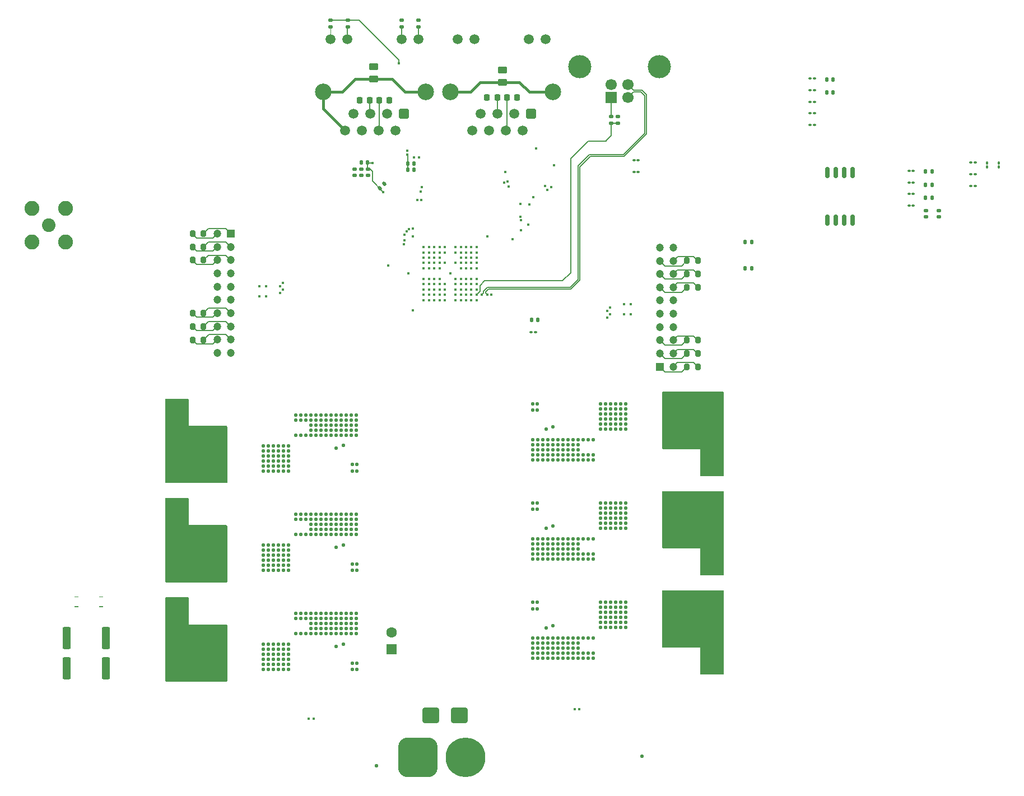
<source format=gbr>
%TF.GenerationSoftware,KiCad,Pcbnew,9.0.2-9-g92f6307ebb*%
%TF.CreationDate,2025-06-20T01:42:08+08:00*%
%TF.ProjectId,HPM5E31_ECatDualFOC,48504d35-4533-4315-9f45-436174447561,rev?*%
%TF.SameCoordinates,Original*%
%TF.FileFunction,Copper,L4,Bot*%
%TF.FilePolarity,Positive*%
%FSLAX46Y46*%
G04 Gerber Fmt 4.6, Leading zero omitted, Abs format (unit mm)*
G04 Created by KiCad (PCBNEW 9.0.2-9-g92f6307ebb) date 2025-06-20 01:42:08*
%MOMM*%
%LPD*%
G01*
G04 APERTURE LIST*
G04 Aperture macros list*
%AMRoundRect*
0 Rectangle with rounded corners*
0 $1 Rounding radius*
0 $2 $3 $4 $5 $6 $7 $8 $9 X,Y pos of 4 corners*
0 Add a 4 corners polygon primitive as box body*
4,1,4,$2,$3,$4,$5,$6,$7,$8,$9,$2,$3,0*
0 Add four circle primitives for the rounded corners*
1,1,$1+$1,$2,$3*
1,1,$1+$1,$4,$5*
1,1,$1+$1,$6,$7*
1,1,$1+$1,$8,$9*
0 Add four rect primitives between the rounded corners*
20,1,$1+$1,$2,$3,$4,$5,0*
20,1,$1+$1,$4,$5,$6,$7,0*
20,1,$1+$1,$6,$7,$8,$9,0*
20,1,$1+$1,$8,$9,$2,$3,0*%
G04 Aperture macros list end*
%TA.AperFunction,EtchedComponent*%
%ADD10C,0.000000*%
%TD*%
%TA.AperFunction,ComponentPad*%
%ADD11RoundRect,0.250500X0.499500X0.499500X-0.499500X0.499500X-0.499500X-0.499500X0.499500X-0.499500X0*%
%TD*%
%TA.AperFunction,ComponentPad*%
%ADD12C,1.500000*%
%TD*%
%TA.AperFunction,ComponentPad*%
%ADD13C,2.500000*%
%TD*%
%TA.AperFunction,ComponentPad*%
%ADD14R,1.200000X1.200000*%
%TD*%
%TA.AperFunction,ComponentPad*%
%ADD15C,1.200000*%
%TD*%
%TA.AperFunction,ComponentPad*%
%ADD16R,1.700000X1.700000*%
%TD*%
%TA.AperFunction,ComponentPad*%
%ADD17C,1.700000*%
%TD*%
%TA.AperFunction,ComponentPad*%
%ADD18C,3.500000*%
%TD*%
%TA.AperFunction,ComponentPad*%
%ADD19O,2.200000X1.400000*%
%TD*%
%TA.AperFunction,ComponentPad*%
%ADD20C,2.050000*%
%TD*%
%TA.AperFunction,ComponentPad*%
%ADD21C,2.250000*%
%TD*%
%TA.AperFunction,ComponentPad*%
%ADD22RoundRect,1.500000X-1.500000X-1.500000X1.500000X-1.500000X1.500000X1.500000X-1.500000X1.500000X0*%
%TD*%
%TA.AperFunction,ComponentPad*%
%ADD23C,6.000000*%
%TD*%
%TA.AperFunction,SMDPad,CuDef*%
%ADD24RoundRect,0.100000X-0.130000X-0.100000X0.130000X-0.100000X0.130000X0.100000X-0.130000X0.100000X0*%
%TD*%
%TA.AperFunction,SMDPad,CuDef*%
%ADD25RoundRect,0.225000X0.225000X0.250000X-0.225000X0.250000X-0.225000X-0.250000X0.225000X-0.250000X0*%
%TD*%
%TA.AperFunction,SMDPad,CuDef*%
%ADD26RoundRect,0.162500X-0.162500X0.650000X-0.162500X-0.650000X0.162500X-0.650000X0.162500X0.650000X0*%
%TD*%
%TA.AperFunction,SMDPad,CuDef*%
%ADD27RoundRect,0.100000X0.130000X0.100000X-0.130000X0.100000X-0.130000X-0.100000X0.130000X-0.100000X0*%
%TD*%
%TA.AperFunction,SMDPad,CuDef*%
%ADD28RoundRect,0.135000X-0.185000X0.135000X-0.185000X-0.135000X0.185000X-0.135000X0.185000X0.135000X0*%
%TD*%
%TA.AperFunction,SMDPad,CuDef*%
%ADD29RoundRect,0.200000X-0.200000X-0.275000X0.200000X-0.275000X0.200000X0.275000X-0.200000X0.275000X0*%
%TD*%
%TA.AperFunction,SMDPad,CuDef*%
%ADD30RoundRect,0.135000X0.185000X-0.135000X0.185000X0.135000X-0.185000X0.135000X-0.185000X-0.135000X0*%
%TD*%
%TA.AperFunction,SMDPad,CuDef*%
%ADD31RoundRect,0.250000X-0.362500X-1.425000X0.362500X-1.425000X0.362500X1.425000X-0.362500X1.425000X0*%
%TD*%
%TA.AperFunction,SMDPad,CuDef*%
%ADD32C,0.127000*%
%TD*%
%TA.AperFunction,ComponentPad*%
%ADD33RoundRect,0.250000X0.550000X-0.550000X0.550000X0.550000X-0.550000X0.550000X-0.550000X-0.550000X0*%
%TD*%
%TA.AperFunction,ComponentPad*%
%ADD34C,1.600000*%
%TD*%
%TA.AperFunction,SMDPad,CuDef*%
%ADD35RoundRect,0.200000X0.200000X0.275000X-0.200000X0.275000X-0.200000X-0.275000X0.200000X-0.275000X0*%
%TD*%
%TA.AperFunction,SMDPad,CuDef*%
%ADD36RoundRect,0.140000X-0.140000X-0.170000X0.140000X-0.170000X0.140000X0.170000X-0.140000X0.170000X0*%
%TD*%
%TA.AperFunction,SMDPad,CuDef*%
%ADD37RoundRect,0.147500X-0.172500X0.147500X-0.172500X-0.147500X0.172500X-0.147500X0.172500X0.147500X0*%
%TD*%
%TA.AperFunction,SMDPad,CuDef*%
%ADD38RoundRect,0.100000X-0.100000X0.130000X-0.100000X-0.130000X0.100000X-0.130000X0.100000X0.130000X0*%
%TD*%
%TA.AperFunction,SMDPad,CuDef*%
%ADD39RoundRect,0.140000X-0.170000X0.140000X-0.170000X-0.140000X0.170000X-0.140000X0.170000X0.140000X0*%
%TD*%
%TA.AperFunction,SMDPad,CuDef*%
%ADD40RoundRect,0.140000X0.021213X-0.219203X0.219203X-0.021213X-0.021213X0.219203X-0.219203X0.021213X0*%
%TD*%
%TA.AperFunction,SMDPad,CuDef*%
%ADD41RoundRect,0.140000X0.140000X0.170000X-0.140000X0.170000X-0.140000X-0.170000X0.140000X-0.170000X0*%
%TD*%
%TA.AperFunction,SMDPad,CuDef*%
%ADD42RoundRect,0.140000X0.170000X-0.140000X0.170000X0.140000X-0.170000X0.140000X-0.170000X-0.140000X0*%
%TD*%
%TA.AperFunction,SMDPad,CuDef*%
%ADD43RoundRect,0.225000X-0.225000X-0.250000X0.225000X-0.250000X0.225000X0.250000X-0.225000X0.250000X0*%
%TD*%
%TA.AperFunction,SMDPad,CuDef*%
%ADD44RoundRect,0.147500X-0.147500X-0.172500X0.147500X-0.172500X0.147500X0.172500X-0.147500X0.172500X0*%
%TD*%
%TA.AperFunction,SMDPad,CuDef*%
%ADD45RoundRect,0.250000X1.000000X0.900000X-1.000000X0.900000X-1.000000X-0.900000X1.000000X-0.900000X0*%
%TD*%
%TA.AperFunction,SMDPad,CuDef*%
%ADD46RoundRect,0.250000X-0.450000X0.262500X-0.450000X-0.262500X0.450000X-0.262500X0.450000X0.262500X0*%
%TD*%
%TA.AperFunction,SMDPad,CuDef*%
%ADD47RoundRect,0.100000X0.100000X-0.130000X0.100000X0.130000X-0.100000X0.130000X-0.100000X-0.130000X0*%
%TD*%
%TA.AperFunction,ViaPad*%
%ADD48C,0.400000*%
%TD*%
%TA.AperFunction,ViaPad*%
%ADD49C,0.550000*%
%TD*%
%TA.AperFunction,Conductor*%
%ADD50C,0.381000*%
%TD*%
%TA.AperFunction,Conductor*%
%ADD51C,0.127000*%
%TD*%
%TA.AperFunction,Conductor*%
%ADD52C,0.088900*%
%TD*%
%TA.AperFunction,Conductor*%
%ADD53C,0.139700*%
%TD*%
G04 APERTURE END LIST*
D10*
%TA.AperFunction,EtchedComponent*%
%TO.C,NT17*%
G36*
X48920000Y-155013500D02*
G01*
X48310400Y-155013500D01*
X48310400Y-154886500D01*
X48920000Y-154886500D01*
X48920000Y-155013500D01*
G37*
%TD.AperFunction*%
%TA.AperFunction,EtchedComponent*%
%TO.C,NT20*%
G36*
X52650000Y-153513500D02*
G01*
X52040400Y-153513500D01*
X52040400Y-153386500D01*
X52650000Y-153386500D01*
X52650000Y-153513500D01*
G37*
%TD.AperFunction*%
%TA.AperFunction,EtchedComponent*%
%TO.C,NT19*%
G36*
X52650000Y-155013500D02*
G01*
X52040400Y-155013500D01*
X52040400Y-154886500D01*
X52650000Y-154886500D01*
X52650000Y-155013500D01*
G37*
%TD.AperFunction*%
%TA.AperFunction,EtchedComponent*%
%TO.C,NT18*%
G36*
X48920000Y-153513500D02*
G01*
X48310400Y-153513500D01*
X48310400Y-153386500D01*
X48920000Y-153386500D01*
X48920000Y-153513500D01*
G37*
%TD.AperFunction*%
%TD*%
D11*
%TO.P,J14,1,TD+*%
%TO.N,/ETHERNET_PHY_P1/TD_P*%
X117325000Y-80460000D03*
D12*
%TO.P,J14,2,TD-*%
%TO.N,/ETHERNET_PHY_P1/TD_N*%
X116065000Y-83000000D03*
%TO.P,J14,3,RD+*%
%TO.N,/ETHERNET_PHY_P1/RD_P*%
X114785000Y-80460000D03*
%TO.P,J14,4,TCT*%
%TO.N,Net-(J14-TCT)*%
X113525000Y-83000000D03*
%TO.P,J14,5,RCT*%
%TO.N,Net-(J14-RCT)*%
X112245000Y-80460000D03*
%TO.P,J14,6,RD-*%
%TO.N,/ETHERNET_PHY_P1/RD_N*%
X110985000Y-83000000D03*
%TO.P,J14,7,NC*%
%TO.N,unconnected-(J14-NC-Pad7)*%
X109705000Y-80460000D03*
%TO.P,J14,8*%
%TO.N,GND*%
X108445000Y-83000000D03*
%TO.P,J14,9*%
%TO.N,/ETHERNET_PHY_P1/EPHY_3V3*%
X119510000Y-69200000D03*
%TO.P,J14,10*%
%TO.N,Net-(J14-Pad10)*%
X116970000Y-69200000D03*
%TO.P,J14,11*%
%TO.N,Net-(J14-Pad11)*%
X108800000Y-69200000D03*
%TO.P,J14,12*%
%TO.N,/ETHERNET_PHY_P1/LED0*%
X106260000Y-69200000D03*
D13*
%TO.P,J14,SH*%
%TO.N,Net-(J14-PadSH)*%
X120630000Y-77150000D03*
X105140000Y-77150000D03*
%TD*%
D14*
%TO.P,J11,1*%
%TO.N,/ENCODER_CONN_A/A_P*%
X71900000Y-98580000D03*
D15*
%TO.P,J11,2*%
%TO.N,/ENCODER_CONN_A/A_N*%
X69900000Y-98580000D03*
%TO.P,J11,3*%
%TO.N,/ENCODER_CONN_A/B_P*%
X71900000Y-100580000D03*
%TO.P,J11,4*%
%TO.N,/ENCODER_CONN_A/B_N*%
X69900000Y-100580000D03*
%TO.P,J11,5*%
%TO.N,/ENCODER_CONN_A/Z_P*%
X71900000Y-102580000D03*
%TO.P,J11,6*%
%TO.N,/ENCODER_CONN_A/Z_N*%
X69900000Y-102580000D03*
%TO.P,J11,7*%
%TO.N,/ENCODER_CONN_A/ENC_SPI_SCK*%
X71900000Y-104580000D03*
%TO.P,J11,8*%
%TO.N,/ENCODER_CONN_A/ENC_SPI_MOSI*%
X69900000Y-104580000D03*
%TO.P,J11,9*%
%TO.N,/ENCODER_CONN_A/ENC_SPI_NSS*%
X71900000Y-106580000D03*
%TO.P,J11,10*%
%TO.N,/ENCODER_CONN_A/ENC_SPI_MISO*%
X69900000Y-106580000D03*
%TO.P,J11,11*%
%TO.N,/MA_TEMP*%
X71900000Y-108580000D03*
%TO.P,J11,12*%
%TO.N,GND*%
X69900000Y-108580000D03*
%TO.P,J11,13*%
%TO.N,/ENCODER_CONN_A/HALL_U_P*%
X71900000Y-110580000D03*
%TO.P,J11,14*%
%TO.N,/ENCODER_CONN_A/HALL_U_N*%
X69900000Y-110580000D03*
%TO.P,J11,15*%
%TO.N,/ENCODER_CONN_A/HALL_V_P*%
X71900000Y-112580000D03*
%TO.P,J11,16*%
%TO.N,/ENCODER_CONN_A/HALL_V_N*%
X69900000Y-112580000D03*
%TO.P,J11,17*%
%TO.N,/ENCODER_CONN_A/HALL_W_P*%
X71900000Y-114580000D03*
%TO.P,J11,18*%
%TO.N,/ENCODER_CONN_A/HALL_W_N*%
X69900000Y-114580000D03*
%TO.P,J11,19*%
%TO.N,/ENCODER_CONN_A/ENC_PWR*%
X71900000Y-116580000D03*
%TO.P,J11,20*%
%TO.N,GND*%
X69900000Y-116580000D03*
%TD*%
D16*
%TO.P,J4,1,VBUS*%
%TO.N,/HPM5E31_TOP/MCU_POWER/USB_VBUS*%
X129470000Y-78010000D03*
D17*
%TO.P,J4,2,D-*%
%TO.N,/HPM5E31_TOP/MCU_POWER/USB_N*%
X131970000Y-78010000D03*
%TO.P,J4,3,D+*%
%TO.N,/HPM5E31_TOP/MCU_POWER/USB_P*%
X131970000Y-76010000D03*
%TO.P,J4,4,GND*%
%TO.N,GND*%
X129470000Y-76010000D03*
D18*
%TO.P,J4,5,Shield*%
X124700000Y-73300000D03*
X136740000Y-73300000D03*
%TD*%
D19*
%TO.P,J9,1*%
%TO.N,/INVERTER_BRIDGE_B/M_B*%
X65200430Y-150466355D03*
X70200430Y-150466355D03*
X65200430Y-143466355D03*
X70200430Y-143466355D03*
%TD*%
D20*
%TO.P,J1,1,In*%
%TO.N,unconnected-(J1-In-Pad1)*%
X44410000Y-97260000D03*
D21*
%TO.P,J1,2,Ext*%
%TO.N,unconnected-(J1-Ext-Pad2)*%
X41870000Y-94720000D03*
X41870000Y-99800000D03*
X46950000Y-94720000D03*
X46950000Y-99800000D03*
%TD*%
D19*
%TO.P,J6,1*%
%TO.N,/INVERTER_BRIDGE_A/M_B*%
X143320435Y-138266355D03*
X138320435Y-138266355D03*
X143320435Y-145266355D03*
X138320435Y-145266355D03*
%TD*%
%TO.P,J8,1*%
%TO.N,/INVERTER_BRIDGE_B/M_A*%
X65200430Y-135466355D03*
X70200430Y-135466355D03*
X65200430Y-128466355D03*
X70200430Y-128466355D03*
%TD*%
D14*
%TO.P,J12,1*%
%TO.N,/ENCODER_CONN_B/A_P*%
X136787500Y-118678400D03*
D15*
%TO.P,J12,2*%
%TO.N,/ENCODER_CONN_B/A_N*%
X138787500Y-118678400D03*
%TO.P,J12,3*%
%TO.N,/ENCODER_CONN_B/B_P*%
X136787500Y-116678400D03*
%TO.P,J12,4*%
%TO.N,/ENCODER_CONN_B/B_N*%
X138787500Y-116678400D03*
%TO.P,J12,5*%
%TO.N,/ENCODER_CONN_B/Z_P*%
X136787500Y-114678400D03*
%TO.P,J12,6*%
%TO.N,/ENCODER_CONN_B/Z_N*%
X138787500Y-114678400D03*
%TO.P,J12,7*%
%TO.N,/ENCODER_CONN_B/ENC_SPI_SCK*%
X136787500Y-112678400D03*
%TO.P,J12,8*%
%TO.N,/ENCODER_CONN_B/ENC_SPI_MOSI*%
X138787500Y-112678400D03*
%TO.P,J12,9*%
%TO.N,/ENCODER_CONN_B/ENC_SPI_NSS*%
X136787500Y-110678400D03*
%TO.P,J12,10*%
%TO.N,/ENCODER_CONN_B/ENC_SPI_MISO*%
X138787500Y-110678400D03*
%TO.P,J12,11*%
%TO.N,/MB_TEMP*%
X136787500Y-108678400D03*
%TO.P,J12,12*%
%TO.N,GND*%
X138787500Y-108678400D03*
%TO.P,J12,13*%
%TO.N,/ENCODER_CONN_B/HALL_U_P*%
X136787500Y-106678400D03*
%TO.P,J12,14*%
%TO.N,/ENCODER_CONN_B/HALL_U_N*%
X138787500Y-106678400D03*
%TO.P,J12,15*%
%TO.N,/ENCODER_CONN_B/HALL_V_P*%
X136787500Y-104678400D03*
%TO.P,J12,16*%
%TO.N,/ENCODER_CONN_B/HALL_V_N*%
X138787500Y-104678400D03*
%TO.P,J12,17*%
%TO.N,/ENCODER_CONN_B/HALL_W_P*%
X136787500Y-102678400D03*
%TO.P,J12,18*%
%TO.N,/ENCODER_CONN_B/HALL_W_N*%
X138787500Y-102678400D03*
%TO.P,J12,19*%
%TO.N,/ENCODER_CONN_B/ENC_PWR*%
X136787500Y-100678400D03*
%TO.P,J12,20*%
%TO.N,GND*%
X138787500Y-100678400D03*
%TD*%
D22*
%TO.P,U4,1,-*%
%TO.N,GNDPWR*%
X100200000Y-177700000D03*
D23*
%TO.P,U4,2,+*%
%TO.N,VBUS*%
X107400000Y-177700000D03*
%TD*%
D19*
%TO.P,J7,1*%
%TO.N,/INVERTER_BRIDGE_A/M_C*%
X143320435Y-153266355D03*
X138320435Y-153266355D03*
X143320435Y-160266355D03*
X138320435Y-160266355D03*
%TD*%
%TO.P,J10,1*%
%TO.N,/INVERTER_BRIDGE_B/M_C*%
X65200430Y-165466355D03*
X70200430Y-165466355D03*
X65200430Y-158466355D03*
X70200430Y-158466355D03*
%TD*%
%TO.P,J5,1*%
%TO.N,/INVERTER_BRIDGE_A/M_A*%
X143320435Y-123266355D03*
X138320435Y-123266355D03*
X143320435Y-130266355D03*
X138320435Y-130266355D03*
%TD*%
D11*
%TO.P,J13,1,TD+*%
%TO.N,/ETHERNET_PHY_P0/TD_P*%
X98110000Y-80420000D03*
D12*
%TO.P,J13,2,TD-*%
%TO.N,/ETHERNET_PHY_P0/TD_N*%
X96850000Y-82960000D03*
%TO.P,J13,3,RD+*%
%TO.N,/ETHERNET_PHY_P0/RD_P*%
X95570000Y-80420000D03*
%TO.P,J13,4,TCT*%
%TO.N,Net-(J13-TCT)*%
X94310000Y-82960000D03*
%TO.P,J13,5,RCT*%
%TO.N,Net-(J13-RCT)*%
X93030000Y-80420000D03*
%TO.P,J13,6,RD-*%
%TO.N,/ETHERNET_PHY_P0/RD_N*%
X91770000Y-82960000D03*
%TO.P,J13,7,NC*%
%TO.N,unconnected-(J13-NC-Pad7)*%
X90490000Y-80420000D03*
%TO.P,J13,8*%
%TO.N,GND*%
X89230000Y-82960000D03*
%TO.P,J13,9*%
%TO.N,/ETHERNET_PHY_P0/RMII.LINK*%
X100295000Y-69160000D03*
%TO.P,J13,10*%
%TO.N,Net-(J13-Pad10)*%
X97755000Y-69160000D03*
%TO.P,J13,11*%
%TO.N,Net-(J13-Pad11)*%
X89585000Y-69160000D03*
%TO.P,J13,12*%
%TO.N,/ETHERNET_PHY_P0/EPHY_3V3*%
X87045000Y-69160000D03*
D13*
%TO.P,J13,SH*%
%TO.N,Net-(J13-PadSH)*%
X101415000Y-77110000D03*
X85925000Y-77110000D03*
%TD*%
D24*
%TO.P,C10,1,1*%
%TO.N,VREF*%
X132885000Y-89250000D03*
%TO.P,C10,2,2*%
%TO.N,GNDA*%
X133525000Y-89250000D03*
%TD*%
D25*
%TO.P,C123,1,1*%
%TO.N,Net-(J13-RCT)*%
X92940000Y-78450000D03*
%TO.P,C123,2,2*%
%TO.N,GND*%
X91390000Y-78450000D03*
%TD*%
D24*
%TO.P,C5,1,1*%
%TO.N,+1V2*%
X159525000Y-82150000D03*
%TO.P,C5,2,2*%
%TO.N,GND*%
X160165000Y-82150000D03*
%TD*%
D26*
%TO.P,U9,1,CS#*%
%TO.N,/HPM5E31_TOP/PC27*%
X162095000Y-89362500D03*
%TO.P,U9,2,SO/SIO1*%
%TO.N,/HPM5E31_TOP/PC28*%
X163365000Y-89362500D03*
%TO.P,U9,3,WP#/SIO2*%
%TO.N,/HPM5E31_TOP/PC30*%
X164635000Y-89362500D03*
%TO.P,U9,4,GND*%
%TO.N,GND*%
X165905000Y-89362500D03*
%TO.P,U9,5,SI/SIO0*%
%TO.N,/HPM5E31_TOP/PC29*%
X165905000Y-96537500D03*
%TO.P,U9,6,SCLK*%
%TO.N,/HPM5E31_TOP/PC26*%
X164635000Y-96537500D03*
%TO.P,U9,7,REST#/SIO3*%
%TO.N,/HPM5E31_TOP/PC31*%
X163365000Y-96537500D03*
%TO.P,U9,8,VCC*%
%TO.N,+3.3V*%
X162095000Y-96537500D03*
%TD*%
D27*
%TO.P,C4,1,1*%
%TO.N,+1V2*%
X160165000Y-80400000D03*
%TO.P,C4,2,2*%
%TO.N,GND*%
X159525000Y-80400000D03*
%TD*%
D24*
%TO.P,C18,1,1*%
%TO.N,/HPM5E31_TOP/MCU_POWER/VDD_OTPCAP*%
X174450000Y-92580000D03*
%TO.P,C18,2,2*%
%TO.N,GND*%
X175090000Y-92580000D03*
%TD*%
D28*
%TO.P,R9,1*%
%TO.N,/HPM5E31_TOP/MCU_POWER/USB_VBUS*%
X129450000Y-80840000D03*
%TO.P,R9,2*%
%TO.N,Net-(U1C-USB0_VBUS)*%
X129450000Y-81860000D03*
%TD*%
D29*
%TO.P,R79,1*%
%TO.N,/ENCODER_CONN_A/Z_N*%
X66175000Y-102580000D03*
%TO.P,R79,2*%
%TO.N,/ENCODER_CONN_A/Z_P*%
X67825000Y-102580000D03*
%TD*%
D30*
%TO.P,R99,1*%
%TO.N,Net-(J13-Pad10)*%
X97740000Y-67360000D03*
%TO.P,R99,2*%
%TO.N,GND*%
X97740000Y-66340000D03*
%TD*%
D31*
%TO.P,R57,1*%
%TO.N,/INVERTER_BRIDGE_B/VBUS'*%
X47100000Y-164300000D03*
%TO.P,R57,2*%
%TO.N,VBUS*%
X53025000Y-164300000D03*
%TD*%
D32*
%TO.P,NT17,1,1*%
%TO.N,VBUS*%
X48310400Y-154950000D03*
%TO.P,NT17,2,2*%
%TO.N,/INVERTER_BRIDGE_A/C4_P*%
X48920000Y-154950000D03*
%TD*%
D33*
%TO.P,C28,1,1*%
%TO.N,VBUS*%
X96237500Y-161375000D03*
D34*
%TO.P,C28,2,2*%
%TO.N,GND*%
X96237500Y-158875000D03*
%TD*%
D35*
%TO.P,R86,1*%
%TO.N,/ENCODER_CONN_B/A_N*%
X142512500Y-118678400D03*
%TO.P,R86,2*%
%TO.N,/ENCODER_CONN_B/A_P*%
X140862500Y-118678400D03*
%TD*%
D27*
%TO.P,C3,1,1*%
%TO.N,+1V2*%
X160165000Y-78650000D03*
%TO.P,C3,2,2*%
%TO.N,GND*%
X159525000Y-78650000D03*
%TD*%
D29*
%TO.P,R80,1*%
%TO.N,/ENCODER_CONN_A/HALL_U_N*%
X66175000Y-110580000D03*
%TO.P,R80,2*%
%TO.N,/ENCODER_CONN_A/HALL_U_P*%
X67825000Y-110580000D03*
%TD*%
D24*
%TO.P,C26,1,1*%
%TO.N,+3.3V*%
X183810000Y-89600000D03*
%TO.P,C26,2,2*%
%TO.N,GND*%
X184450000Y-89600000D03*
%TD*%
D32*
%TO.P,NT20,1,1*%
%TO.N,/INVERTER_BRIDGE_B/VBUS'*%
X52040400Y-153450000D03*
%TO.P,NT20,2,2*%
%TO.N,/INVERTER_BRIDGE_B/C4_N*%
X52650000Y-153450000D03*
%TD*%
D35*
%TO.P,R91,1*%
%TO.N,/ENCODER_CONN_B/HALL_W_N*%
X142512500Y-102628400D03*
%TO.P,R91,2*%
%TO.N,/ENCODER_CONN_B/HALL_W_P*%
X140862500Y-102628400D03*
%TD*%
D36*
%TO.P,C120,1,1*%
%TO.N,Net-(U39-DVDD1V2)*%
X98690000Y-87950000D03*
%TO.P,C120,2,2*%
%TO.N,GND*%
X99650000Y-87950000D03*
%TD*%
D37*
%TO.P,FB4,1*%
%TO.N,/ETHERNET_PHY_P0/EPHY_3V3*%
X91650000Y-88815000D03*
%TO.P,FB4,2*%
%TO.N,+3.3V*%
X91650000Y-89785000D03*
%TD*%
D38*
%TO.P,C24,1,1*%
%TO.N,+3.3V*%
X187980000Y-87880000D03*
%TO.P,C24,2,2*%
%TO.N,GND*%
X187980000Y-88520000D03*
%TD*%
D39*
%TO.P,C15,1,1*%
%TO.N,/HPM5E31_TOP/MCU_POWER/VDD_PHY0CAP*%
X176980000Y-95070000D03*
%TO.P,C15,2,2*%
%TO.N,GND*%
X176980000Y-96030000D03*
%TD*%
D36*
%TO.P,C20,1,1*%
%TO.N,/HPM5E31_TOP/MCU_POWER/VDD_PMCCAP*%
X176950000Y-93130000D03*
%TO.P,C20,2,2*%
%TO.N,GND*%
X177910000Y-93130000D03*
%TD*%
D32*
%TO.P,NT19,1,1*%
%TO.N,VBUS*%
X52040400Y-154950000D03*
%TO.P,NT19,2,2*%
%TO.N,/INVERTER_BRIDGE_B/C4_P*%
X52650000Y-154950000D03*
%TD*%
D29*
%TO.P,R81,1*%
%TO.N,/ENCODER_CONN_A/HALL_V_N*%
X66175000Y-112580000D03*
%TO.P,R81,2*%
%TO.N,/ENCODER_CONN_A/HALL_V_P*%
X67825000Y-112580000D03*
%TD*%
D24*
%TO.P,C12,1,1*%
%TO.N,+3V3*%
X132885000Y-87500000D03*
%TO.P,C12,2,2*%
%TO.N,GND*%
X133525000Y-87500000D03*
%TD*%
D36*
%TO.P,C11,1,1*%
%TO.N,+3V3*%
X149680000Y-103810000D03*
%TO.P,C11,2,2*%
%TO.N,GND*%
X150640000Y-103810000D03*
%TD*%
D39*
%TO.P,C114,1,1*%
%TO.N,/ETHERNET_PHY_P0/EPHY_3V3*%
X92650000Y-88820000D03*
%TO.P,C114,2,2*%
%TO.N,GND*%
X92650000Y-89780000D03*
%TD*%
%TO.P,C19,1,1*%
%TO.N,/HPM5E31_TOP/MCU_POWER/VDD_PMCCAP*%
X178950000Y-95070000D03*
%TO.P,C19,2,2*%
%TO.N,GND*%
X178950000Y-96030000D03*
%TD*%
D25*
%TO.P,C133,1,1*%
%TO.N,Net-(J14-RCT)*%
X112215000Y-77950000D03*
%TO.P,C133,2,2*%
%TO.N,GND*%
X110665000Y-77950000D03*
%TD*%
D40*
%TO.P,C116,1,1*%
%TO.N,/ETHERNET_PHY_P0/EPHY_3V3*%
X94460589Y-91739411D03*
%TO.P,C116,2,2*%
%TO.N,GND*%
X95139411Y-91060589D03*
%TD*%
D27*
%TO.P,C27,1,1*%
%TO.N,+3.3V*%
X184450000Y-91350000D03*
%TO.P,C27,2,2*%
%TO.N,GND*%
X183810000Y-91350000D03*
%TD*%
D41*
%TO.P,C115,1,1*%
%TO.N,/ETHERNET_PHY_P0/EPHY_3V3*%
X92622500Y-87846250D03*
%TO.P,C115,2,2*%
%TO.N,GND*%
X91662500Y-87846250D03*
%TD*%
D42*
%TO.P,C22,1,1*%
%TO.N,Net-(U1C-USB0_VBUS)*%
X130440000Y-81840000D03*
%TO.P,C22,2,2*%
%TO.N,GND*%
X130440000Y-80880000D03*
%TD*%
D30*
%TO.P,R96,1*%
%TO.N,/ETHERNET_PHY_P0/EPHY_3V3*%
X87040000Y-67360000D03*
%TO.P,R96,2*%
%TO.N,/ETHERNET_PHY_P0/LED0*%
X87040000Y-66340000D03*
%TD*%
D31*
%TO.P,R39,1*%
%TO.N,/INVERTER_BRIDGE_A/VBUS'*%
X47137500Y-159700000D03*
%TO.P,R39,2*%
%TO.N,VBUS*%
X53062500Y-159700000D03*
%TD*%
D43*
%TO.P,C118,1,1*%
%TO.N,Net-(J13-TCT)*%
X94340000Y-78450000D03*
%TO.P,C118,2,2*%
%TO.N,GND*%
X95890000Y-78450000D03*
%TD*%
D27*
%TO.P,C2,1,1*%
%TO.N,+1V2*%
X160165000Y-76900000D03*
%TO.P,C2,2,2*%
%TO.N,GND*%
X159525000Y-76900000D03*
%TD*%
D29*
%TO.P,R82,1*%
%TO.N,/ENCODER_CONN_A/HALL_W_N*%
X66175000Y-114630000D03*
%TO.P,R82,2*%
%TO.N,/ENCODER_CONN_A/HALL_W_P*%
X67825000Y-114630000D03*
%TD*%
D27*
%TO.P,C8,1,1*%
%TO.N,/HPM5E31_TOP/MCU_POWER/VANA*%
X117990000Y-113460000D03*
%TO.P,C8,2,2*%
%TO.N,GNDA*%
X117350000Y-113460000D03*
%TD*%
D44*
%TO.P,FB1,1*%
%TO.N,VDDA*%
X149695000Y-99860000D03*
%TO.P,FB1,2*%
%TO.N,/HPM5E31_TOP/MCU_POWER/VANA*%
X150665000Y-99860000D03*
%TD*%
D45*
%TO.P,D3,1,K*%
%TO.N,VBUS*%
X106450000Y-171350000D03*
%TO.P,D3,2,A*%
%TO.N,GNDPWR*%
X102150000Y-171350000D03*
%TD*%
D35*
%TO.P,R87,1*%
%TO.N,/ENCODER_CONN_B/B_N*%
X142512500Y-116678400D03*
%TO.P,R87,2*%
%TO.N,/ENCODER_CONN_B/B_P*%
X140862500Y-116678400D03*
%TD*%
D24*
%TO.P,C16,1,1*%
%TO.N,/HPM5E31_TOP/MCU_POWER/VDD_PHY0CAP*%
X174450000Y-90830000D03*
%TO.P,C16,2,2*%
%TO.N,GND*%
X175090000Y-90830000D03*
%TD*%
D42*
%TO.P,C117,1,1*%
%TO.N,+3.3V*%
X90650000Y-89780000D03*
%TO.P,C117,2,2*%
%TO.N,GND*%
X90650000Y-88820000D03*
%TD*%
D35*
%TO.P,R89,1*%
%TO.N,/ENCODER_CONN_B/HALL_U_N*%
X142512500Y-106678400D03*
%TO.P,R89,2*%
%TO.N,/ENCODER_CONN_B/HALL_U_P*%
X140862500Y-106678400D03*
%TD*%
D36*
%TO.P,C119,1,1*%
%TO.N,Net-(U39-DVDD1V2)*%
X98690000Y-88915000D03*
%TO.P,C119,2,2*%
%TO.N,GND*%
X99650000Y-88915000D03*
%TD*%
D46*
%TO.P,R101,1*%
%TO.N,GND*%
X93540000Y-73337500D03*
%TO.P,R101,2*%
%TO.N,Net-(J13-PadSH)*%
X93540000Y-75162500D03*
%TD*%
D30*
%TO.P,R98,1*%
%TO.N,/ETHERNET_PHY_P0/RMII.LINK*%
X100340000Y-67360000D03*
%TO.P,R98,2*%
%TO.N,GND*%
X100340000Y-66340000D03*
%TD*%
D24*
%TO.P,C21,1,1*%
%TO.N,/HPM5E31_TOP/MCU_POWER/VDD_PMCCAP*%
X174450000Y-94330000D03*
%TO.P,C21,2,2*%
%TO.N,GND*%
X175090000Y-94330000D03*
%TD*%
D43*
%TO.P,C128,1,1*%
%TO.N,Net-(J14-TCT)*%
X113665000Y-77950000D03*
%TO.P,C128,2,2*%
%TO.N,GND*%
X115215000Y-77950000D03*
%TD*%
D41*
%TO.P,C13,1,1*%
%TO.N,/HPM5E31_TOP/MCU_POWER/VDD_PHY1_CAP*%
X177910000Y-89190000D03*
%TO.P,C13,2,2*%
%TO.N,GND*%
X176950000Y-89190000D03*
%TD*%
D29*
%TO.P,R77,1*%
%TO.N,/ENCODER_CONN_A/A_N*%
X66175000Y-98580000D03*
%TO.P,R77,2*%
%TO.N,/ENCODER_CONN_A/A_P*%
X67825000Y-98580000D03*
%TD*%
D35*
%TO.P,R88,1*%
%TO.N,/ENCODER_CONN_B/Z_N*%
X142512500Y-114678400D03*
%TO.P,R88,2*%
%TO.N,/ENCODER_CONN_B/Z_P*%
X140862500Y-114678400D03*
%TD*%
D46*
%TO.P,R112,1*%
%TO.N,GND*%
X113040000Y-73837500D03*
%TO.P,R112,2*%
%TO.N,Net-(J14-PadSH)*%
X113040000Y-75662500D03*
%TD*%
D24*
%TO.P,C1,1,1*%
%TO.N,+1V2*%
X159525000Y-75150000D03*
%TO.P,C1,2,2*%
%TO.N,GND*%
X160165000Y-75150000D03*
%TD*%
D36*
%TO.P,C17,1,1*%
%TO.N,/HPM5E31_TOP/MCU_POWER/VDD_OTPCAP*%
X176950000Y-91160000D03*
%TO.P,C17,2,2*%
%TO.N,GND*%
X177910000Y-91160000D03*
%TD*%
D32*
%TO.P,NT18,1,1*%
%TO.N,/INVERTER_BRIDGE_A/VBUS'*%
X48310400Y-153450000D03*
%TO.P,NT18,2,2*%
%TO.N,/INVERTER_BRIDGE_A/C4_N*%
X48920000Y-153450000D03*
%TD*%
D36*
%TO.P,C9,1,1*%
%TO.N,/HPM5E31_TOP/MCU_POWER/VANA*%
X117400000Y-111600000D03*
%TO.P,C9,2,2*%
%TO.N,GNDA*%
X118360000Y-111600000D03*
%TD*%
D24*
%TO.P,C14,1,1*%
%TO.N,/HPM5E31_TOP/MCU_POWER/VDD_PHY1_CAP*%
X174450000Y-89080000D03*
%TO.P,C14,2,2*%
%TO.N,GND*%
X175090000Y-89080000D03*
%TD*%
D47*
%TO.P,C23,1,1*%
%TO.N,+3.3V*%
X186230000Y-88520000D03*
%TO.P,C23,2,2*%
%TO.N,GND*%
X186230000Y-87880000D03*
%TD*%
D36*
%TO.P,C6,1,1*%
%TO.N,+1V2*%
X162025000Y-75260000D03*
%TO.P,C6,2,2*%
%TO.N,GND*%
X162985000Y-75260000D03*
%TD*%
D29*
%TO.P,R78,1*%
%TO.N,/ENCODER_CONN_A/B_N*%
X66175000Y-100580000D03*
%TO.P,R78,2*%
%TO.N,/ENCODER_CONN_A/B_P*%
X67825000Y-100580000D03*
%TD*%
D35*
%TO.P,R90,1*%
%TO.N,/ENCODER_CONN_B/HALL_V_N*%
X142512500Y-104678400D03*
%TO.P,R90,2*%
%TO.N,/ENCODER_CONN_B/HALL_V_P*%
X140862500Y-104678400D03*
%TD*%
D30*
%TO.P,R97,1*%
%TO.N,Net-(J13-Pad11)*%
X89640000Y-67360000D03*
%TO.P,R97,2*%
%TO.N,/ETHERNET_PHY_P0/LED0*%
X89640000Y-66340000D03*
%TD*%
D27*
%TO.P,C25,1,1*%
%TO.N,+3.3V*%
X184450000Y-87850000D03*
%TO.P,C25,2,2*%
%TO.N,GND*%
X183810000Y-87850000D03*
%TD*%
D36*
%TO.P,C7,1,1*%
%TO.N,+1V2*%
X162025000Y-77230000D03*
%TO.P,C7,2,2*%
%TO.N,GND*%
X162985000Y-77230000D03*
%TD*%
D48*
%TO.N,+1V2*%
X106700000Y-103800000D03*
X103500000Y-103000000D03*
X106700000Y-103000000D03*
X103500000Y-103800000D03*
X106700000Y-105400000D03*
%TO.N,GND*%
X132387500Y-110728400D03*
X102700000Y-107000000D03*
X131387500Y-110728400D03*
X105900000Y-103000000D03*
X111303203Y-107800000D03*
X99500000Y-99000000D03*
X104300000Y-103000000D03*
X76300000Y-106530000D03*
X76300000Y-108030000D03*
X107500000Y-102200000D03*
X102700000Y-102200000D03*
X132387500Y-109228400D03*
X110700000Y-99000000D03*
X131387500Y-109228400D03*
X77300000Y-106530000D03*
X104300000Y-106200000D03*
X99500000Y-110200000D03*
X77300000Y-108030000D03*
X107500000Y-107000000D03*
X105100000Y-104600000D03*
D49*
%TO.N,Vdrive*%
X120620435Y-142785496D03*
X87900430Y-160947214D03*
X120620435Y-157785496D03*
X87900430Y-145947214D03*
X87900430Y-130947214D03*
X120620435Y-127785496D03*
D48*
%TO.N,GNDA*%
X105900000Y-105400000D03*
X105900000Y-106200000D03*
%TO.N,VREF*%
X106700000Y-107000000D03*
D49*
%TO.N,+10V*%
X119580435Y-128125496D03*
X93920000Y-178960000D03*
X119580435Y-158125496D03*
X88940430Y-130607214D03*
X134120000Y-177520000D03*
X88940430Y-145607214D03*
X119580435Y-143125496D03*
X88940430Y-160607214D03*
%TO.N,/INVERTER_BRIDGE_A/VBUS'*%
X129360865Y-142347066D03*
X130122865Y-139299066D03*
X128598865Y-124299066D03*
X130884865Y-124299066D03*
X127836865Y-127347066D03*
X128598865Y-154299066D03*
X131646865Y-158109066D03*
X131646865Y-155061066D03*
X127836865Y-140061066D03*
X127836865Y-142347066D03*
X130884865Y-155823066D03*
X131646865Y-125823066D03*
X127836865Y-140823066D03*
X130122865Y-127347066D03*
X130884865Y-125061066D03*
X130122865Y-140823066D03*
X130122865Y-158109066D03*
X130122865Y-156585066D03*
X130884865Y-142347066D03*
X130122865Y-125061066D03*
X128598865Y-125823066D03*
X128598865Y-139299066D03*
X127836865Y-124299066D03*
X130884865Y-154299066D03*
X129360865Y-128109066D03*
X131646865Y-155823066D03*
X127836865Y-125823066D03*
X129360865Y-125061066D03*
X130884865Y-155061066D03*
X131646865Y-140061066D03*
X131646865Y-128109066D03*
X131646865Y-154299066D03*
X129360865Y-156585066D03*
X130122865Y-128109066D03*
X130884865Y-157347066D03*
X128598865Y-140823066D03*
X128598865Y-141585066D03*
X131646865Y-141585066D03*
X130884865Y-141585066D03*
X128598865Y-155823066D03*
X130884865Y-140061066D03*
X129360865Y-140823066D03*
X130122865Y-155823066D03*
X127836865Y-125061066D03*
X131646865Y-142347066D03*
X128598865Y-125061066D03*
X129360865Y-126585066D03*
X127836865Y-156585066D03*
X129360865Y-141585066D03*
X127836865Y-141585066D03*
X129360865Y-127347066D03*
X127836865Y-155061066D03*
X131646865Y-125061066D03*
X130884865Y-125823066D03*
X130122865Y-155061066D03*
X130884865Y-126585066D03*
X131646865Y-143109066D03*
X131646865Y-140823066D03*
X129360865Y-158109066D03*
X127836865Y-139299066D03*
X128598865Y-142347066D03*
X130122865Y-157347066D03*
X131646865Y-157347066D03*
X129360865Y-143109066D03*
X127836865Y-154299066D03*
X131646865Y-124299066D03*
X130884865Y-127347066D03*
X130122865Y-125823066D03*
X130884865Y-139299066D03*
X127836865Y-155823066D03*
X128598865Y-156585066D03*
X128598865Y-157347066D03*
X130122865Y-142347066D03*
X129360865Y-125823066D03*
X128598865Y-140061066D03*
X130884865Y-128109066D03*
X127836865Y-126585066D03*
X129360865Y-157347066D03*
X128598865Y-127347066D03*
X130122865Y-143109066D03*
X131646865Y-127347066D03*
X129360865Y-155061066D03*
X131646865Y-156585066D03*
X130122865Y-141585066D03*
X130884865Y-156585066D03*
X127836865Y-158109066D03*
X127836865Y-157347066D03*
X129360865Y-124299066D03*
X128598865Y-128109066D03*
X130122865Y-126585066D03*
X130884865Y-143109066D03*
X130884865Y-158109066D03*
X130884865Y-140823066D03*
X129360865Y-155823066D03*
X130122865Y-154299066D03*
X129360865Y-154299066D03*
X129360865Y-139299066D03*
X131646865Y-139299066D03*
X128598865Y-155061066D03*
X128598865Y-126585066D03*
X130122865Y-124299066D03*
X130122865Y-140061066D03*
X128598865Y-143109066D03*
X129360865Y-140061066D03*
X127836865Y-128109066D03*
X128598865Y-158109066D03*
X127836865Y-143109066D03*
X131646865Y-126585066D03*
%TO.N,GNDPWR*%
X84060000Y-144021644D03*
X118246865Y-140259066D03*
X121412865Y-147759066D03*
X121412865Y-130473066D03*
X121412865Y-159711066D03*
X125222865Y-146997066D03*
X84060000Y-125973644D03*
X87870000Y-159021644D03*
X119888865Y-132759066D03*
X118364865Y-160473066D03*
X117602865Y-132759066D03*
X84060000Y-158259644D03*
X123698865Y-146235066D03*
X125222865Y-132759066D03*
X117546865Y-124259066D03*
X124460865Y-144711066D03*
X117602865Y-162759066D03*
X86346000Y-129021644D03*
X84060000Y-155973644D03*
X123698865Y-132759066D03*
X85584000Y-129021644D03*
X123698865Y-130473066D03*
X122936865Y-131997066D03*
X85584000Y-158259644D03*
X89394000Y-141735644D03*
X87108000Y-158259644D03*
X126746865Y-162759066D03*
X81774000Y-141735644D03*
X84822000Y-127497644D03*
X82536000Y-159021644D03*
X122936865Y-132759066D03*
X123698865Y-146997066D03*
X123698865Y-161235066D03*
X121412865Y-146235066D03*
X122174865Y-159711066D03*
X90156000Y-128259644D03*
X126746865Y-147759066D03*
X90274000Y-133473644D03*
X87108000Y-156735644D03*
X90156000Y-155973644D03*
X86346000Y-143259644D03*
X90156000Y-127497644D03*
X85584000Y-128259644D03*
X121412865Y-160473066D03*
X85584000Y-144021644D03*
X87108000Y-155973644D03*
X82536000Y-156735644D03*
X86346000Y-157497644D03*
X118364865Y-146997066D03*
X118364865Y-147759066D03*
X124460865Y-131997066D03*
X89394000Y-158259644D03*
X117546865Y-154259066D03*
X87108000Y-159021644D03*
X84822000Y-158259644D03*
X118364865Y-129711066D03*
X84060000Y-142497644D03*
X85584000Y-127497644D03*
X125222865Y-129711066D03*
X118246865Y-155259066D03*
X123698865Y-159711066D03*
X124460865Y-160473066D03*
X120650865Y-161235066D03*
X126746865Y-132759066D03*
X89394000Y-128259644D03*
X90156000Y-159021644D03*
X90918000Y-127497644D03*
X88632000Y-143259644D03*
X84822000Y-128259644D03*
X122936865Y-161235066D03*
X84060000Y-140973644D03*
X117602865Y-131235066D03*
X122174865Y-162759066D03*
X120650865Y-144711066D03*
X86346000Y-141735644D03*
X84060000Y-126735644D03*
X121412865Y-162759066D03*
X124460865Y-161235066D03*
X124460865Y-161997066D03*
X119126865Y-159711066D03*
X90918000Y-144021644D03*
X82536000Y-126735644D03*
X122174865Y-131997066D03*
X90918000Y-125973644D03*
X120650865Y-162759066D03*
X117602865Y-145473066D03*
X84060000Y-159021644D03*
X123698865Y-131235066D03*
X126746865Y-131997066D03*
X118246865Y-139259066D03*
X86346000Y-144021644D03*
X119888865Y-159711066D03*
X82536000Y-125973644D03*
X90918000Y-158259644D03*
X125222865Y-147759066D03*
X90918000Y-128259644D03*
X122936865Y-161997066D03*
X88632000Y-127497644D03*
X118246865Y-154259066D03*
X90156000Y-125973644D03*
X81774000Y-126735644D03*
X120650865Y-161997066D03*
X118364865Y-144711066D03*
X118364865Y-131997066D03*
X89394000Y-129021644D03*
X124460865Y-131235066D03*
X124460865Y-162759066D03*
X84060000Y-141735644D03*
X119126865Y-146997066D03*
X85584000Y-141735644D03*
X89394000Y-126735644D03*
X122174865Y-146235066D03*
X117602865Y-129711066D03*
X85584000Y-159021644D03*
X82536000Y-141735644D03*
X124460865Y-146235066D03*
X90918000Y-129021644D03*
X87870000Y-129021644D03*
X87870000Y-143259644D03*
X84060000Y-143259644D03*
X90974000Y-133473644D03*
X117602865Y-130473066D03*
X119126865Y-146235066D03*
X88632000Y-158259644D03*
X118364865Y-161235066D03*
X81774000Y-155973644D03*
X86346000Y-126735644D03*
X119888865Y-161997066D03*
X120650865Y-146997066D03*
X87870000Y-142497644D03*
X82536000Y-140973644D03*
X85584000Y-142497644D03*
X87108000Y-126735644D03*
X121412865Y-144711066D03*
X124460865Y-132759066D03*
X117546865Y-139259066D03*
X122936865Y-146235066D03*
X118364865Y-146235066D03*
X120650865Y-159711066D03*
X119126865Y-147759066D03*
X85584000Y-140973644D03*
X123698865Y-145473066D03*
X86346000Y-159021644D03*
X86346000Y-155973644D03*
X123698865Y-162759066D03*
X87870000Y-127497644D03*
X89394000Y-157497644D03*
X83298000Y-126735644D03*
X86346000Y-125973644D03*
X87870000Y-141735644D03*
X118364865Y-131235066D03*
X119888865Y-130473066D03*
X81774000Y-156735644D03*
X90974000Y-148473644D03*
X121412865Y-129711066D03*
X119888865Y-161235066D03*
X125222865Y-159711066D03*
X117602865Y-144711066D03*
X90274000Y-148473644D03*
X89394000Y-127497644D03*
X125984865Y-129711066D03*
X119126865Y-162759066D03*
X89394000Y-144021644D03*
X119888865Y-131997066D03*
X90918000Y-156735644D03*
X88632000Y-141735644D03*
X83298000Y-125973644D03*
X121412865Y-161997066D03*
X90918000Y-140973644D03*
X87870000Y-157497644D03*
X120650865Y-160473066D03*
X84822000Y-144021644D03*
X121412865Y-146997066D03*
X124460865Y-146997066D03*
X118246865Y-124259066D03*
X126746865Y-129711066D03*
X119126865Y-144711066D03*
X90156000Y-142497644D03*
X119126865Y-132759066D03*
X117602865Y-161997066D03*
X87870000Y-158259644D03*
X87108000Y-125973644D03*
X90156000Y-157497644D03*
X119126865Y-161235066D03*
X90156000Y-156735644D03*
X126746865Y-159711066D03*
X87108000Y-129021644D03*
X120650865Y-146235066D03*
X87108000Y-142497644D03*
X88632000Y-157497644D03*
X81774000Y-159021644D03*
X122174865Y-130473066D03*
X84822000Y-143259644D03*
X90156000Y-143259644D03*
X126746865Y-161997066D03*
X119888865Y-146997066D03*
X89394000Y-143259644D03*
X122174865Y-161235066D03*
X119126865Y-129711066D03*
X119126865Y-145473066D03*
X120650865Y-131235066D03*
X125222865Y-161997066D03*
X120650865Y-147759066D03*
X88632000Y-156735644D03*
X90274000Y-149473644D03*
X125984865Y-161997066D03*
X126746865Y-144711066D03*
X87870000Y-156735644D03*
X87108000Y-140973644D03*
X90974000Y-164473644D03*
X87108000Y-157497644D03*
X90974000Y-134473644D03*
X90918000Y-157497644D03*
X85584000Y-143259644D03*
X90156000Y-144021644D03*
X85584000Y-157497644D03*
X84822000Y-157497644D03*
X87870000Y-125973644D03*
X85584000Y-155973644D03*
X89394000Y-159021644D03*
X125984865Y-144711066D03*
X121412865Y-161235066D03*
X81774000Y-129021644D03*
X122936865Y-162759066D03*
X121412865Y-131235066D03*
X122936865Y-159711066D03*
X119888865Y-146235066D03*
X84822000Y-159021644D03*
X84822000Y-140973644D03*
X90974000Y-149473644D03*
X117546865Y-155259066D03*
X124460865Y-145473066D03*
X87870000Y-128259644D03*
X120650865Y-130473066D03*
X81774000Y-140973644D03*
X88632000Y-144021644D03*
X125984865Y-162759066D03*
X84822000Y-125973644D03*
X90918000Y-142497644D03*
X122174865Y-147759066D03*
X81774000Y-125973644D03*
X84060000Y-156735644D03*
X122174865Y-161997066D03*
X122936865Y-147759066D03*
X120650865Y-145473066D03*
X85584000Y-126735644D03*
X124460865Y-129711066D03*
X90274000Y-164473644D03*
X90156000Y-141735644D03*
X87870000Y-140973644D03*
X117602865Y-131997066D03*
X119888865Y-129711066D03*
X83298000Y-144021644D03*
X86346000Y-142497644D03*
X88632000Y-159021644D03*
X122174865Y-145473066D03*
X85584000Y-125973644D03*
X122936865Y-145473066D03*
X122936865Y-130473066D03*
X122936865Y-129711066D03*
X125984865Y-132759066D03*
X81774000Y-144021644D03*
X89394000Y-142497644D03*
X90156000Y-126735644D03*
X90156000Y-129021644D03*
X119888865Y-160473066D03*
X118364865Y-161997066D03*
X122936865Y-131235066D03*
X86346000Y-140973644D03*
X89394000Y-156735644D03*
X122174865Y-144711066D03*
X84822000Y-142497644D03*
X123698865Y-129711066D03*
X122936865Y-144711066D03*
X122174865Y-146997066D03*
X89394000Y-140973644D03*
X88632000Y-155973644D03*
X122936865Y-160473066D03*
X88632000Y-128259644D03*
X124460865Y-159711066D03*
X119126865Y-161997066D03*
X118364865Y-159711066D03*
X87108000Y-141735644D03*
X84822000Y-126735644D03*
X86346000Y-128259644D03*
X120650865Y-131997066D03*
X90274000Y-134473644D03*
X120650865Y-129711066D03*
X119888865Y-131235066D03*
X117602865Y-159711066D03*
X123698865Y-147759066D03*
X119888865Y-162759066D03*
X90974000Y-163473644D03*
X117602865Y-160473066D03*
X122174865Y-132759066D03*
X90918000Y-155973644D03*
X83298000Y-159021644D03*
X83298000Y-140973644D03*
X84822000Y-156735644D03*
X83298000Y-155973644D03*
X90918000Y-126735644D03*
X84060000Y-127497644D03*
X119126865Y-131997066D03*
X86346000Y-127497644D03*
X90156000Y-158259644D03*
X90918000Y-159021644D03*
X84060000Y-157497644D03*
X87870000Y-144021644D03*
X125222865Y-162759066D03*
X84060000Y-128259644D03*
X122174865Y-131235066D03*
X84822000Y-129021644D03*
X125222865Y-131997066D03*
X87108000Y-128259644D03*
X90274000Y-163473644D03*
X121412865Y-132759066D03*
X123698865Y-160473066D03*
X88632000Y-142497644D03*
X119888865Y-147759066D03*
X119126865Y-131235066D03*
X87870000Y-155973644D03*
X117602865Y-161235066D03*
X90156000Y-140973644D03*
X119888865Y-144711066D03*
X125984865Y-147759066D03*
X122936865Y-146997066D03*
X126746865Y-146997066D03*
X119126865Y-160473066D03*
X118364865Y-145473066D03*
X84060000Y-129021644D03*
X84822000Y-155973644D03*
X89394000Y-125973644D03*
X82536000Y-129021644D03*
X117546865Y-125259066D03*
X118364865Y-130473066D03*
X122174865Y-129711066D03*
X82536000Y-155973644D03*
X122174865Y-160473066D03*
X119126865Y-130473066D03*
X121412865Y-145473066D03*
X87108000Y-143259644D03*
X125984865Y-131997066D03*
X83298000Y-156735644D03*
X86346000Y-158259644D03*
X87108000Y-144021644D03*
X123698865Y-161997066D03*
X123698865Y-131997066D03*
X84822000Y-141735644D03*
X118364865Y-162759066D03*
X124460865Y-130473066D03*
X125222865Y-144711066D03*
X124460865Y-147759066D03*
X123698865Y-144711066D03*
X121412865Y-131997066D03*
X117602865Y-146997066D03*
X83298000Y-129021644D03*
X85584000Y-156735644D03*
X88632000Y-129021644D03*
X120650865Y-132759066D03*
X88632000Y-125973644D03*
X117602865Y-146235066D03*
X125984865Y-146997066D03*
X117546865Y-140259066D03*
X86346000Y-156735644D03*
X87108000Y-127497644D03*
X87870000Y-126735644D03*
X90918000Y-141735644D03*
X118246865Y-125259066D03*
X89394000Y-155973644D03*
X83298000Y-141735644D03*
X117602865Y-147759066D03*
X119888865Y-145473066D03*
X90918000Y-143259644D03*
X88632000Y-126735644D03*
X88632000Y-140973644D03*
X125984865Y-159711066D03*
X118364865Y-132759066D03*
X82536000Y-144021644D03*
%TO.N,/INVERTER_BRIDGE_B/VBUS'*%
X79922000Y-164433644D03*
X77636000Y-145623644D03*
X79160000Y-133671644D03*
X78398000Y-163671644D03*
X76874000Y-147909644D03*
X79160000Y-130623644D03*
X76874000Y-133671644D03*
X77636000Y-147147644D03*
X79160000Y-162147644D03*
X78398000Y-160623644D03*
X77636000Y-161385644D03*
X79922000Y-160623644D03*
X80684000Y-149433644D03*
X76874000Y-162147644D03*
X80684000Y-146385644D03*
X79160000Y-146385644D03*
X78398000Y-161385644D03*
X79922000Y-148671644D03*
X76874000Y-148671644D03*
X76874000Y-147147644D03*
X76874000Y-149433644D03*
X77636000Y-134433644D03*
X79160000Y-164433644D03*
X79922000Y-132909644D03*
X80684000Y-132909644D03*
X77636000Y-163671644D03*
X79160000Y-161385644D03*
X77636000Y-149433644D03*
X78398000Y-130623644D03*
X77636000Y-160623644D03*
X77636000Y-131385644D03*
X78398000Y-146385644D03*
X76874000Y-161385644D03*
X80684000Y-134433644D03*
X80684000Y-163671644D03*
X77636000Y-133671644D03*
X78398000Y-132909644D03*
X80684000Y-162909644D03*
X79922000Y-134433644D03*
X79922000Y-161385644D03*
X79922000Y-163671644D03*
X79160000Y-160623644D03*
X76874000Y-130623644D03*
X76874000Y-132909644D03*
X76874000Y-146385644D03*
X77636000Y-132147644D03*
X79160000Y-163671644D03*
X76874000Y-131385644D03*
X78398000Y-147909644D03*
X79922000Y-145623644D03*
X80684000Y-145623644D03*
X78398000Y-131385644D03*
X78398000Y-148671644D03*
X79160000Y-145623644D03*
X78398000Y-145623644D03*
X78398000Y-164433644D03*
X77636000Y-147909644D03*
X76874000Y-134433644D03*
X80684000Y-131385644D03*
X79160000Y-131385644D03*
X79922000Y-146385644D03*
X76874000Y-164433644D03*
X78398000Y-147147644D03*
X79922000Y-149433644D03*
X80684000Y-161385644D03*
X79922000Y-131385644D03*
X76874000Y-145623644D03*
X79160000Y-147147644D03*
X80684000Y-130623644D03*
X77636000Y-146385644D03*
X79922000Y-147147644D03*
X77636000Y-130623644D03*
X79922000Y-147909644D03*
X79922000Y-130623644D03*
X77636000Y-162147644D03*
X79160000Y-149433644D03*
X79922000Y-162909644D03*
X79922000Y-162147644D03*
X80684000Y-133671644D03*
X77636000Y-132909644D03*
X79160000Y-148671644D03*
X80684000Y-164433644D03*
X80684000Y-148671644D03*
X76874000Y-132147644D03*
X80684000Y-147147644D03*
X76874000Y-163671644D03*
X79922000Y-132147644D03*
X79160000Y-162909644D03*
X78398000Y-132147644D03*
X78398000Y-162909644D03*
X78398000Y-149433644D03*
X79160000Y-132147644D03*
X77636000Y-164433644D03*
X80684000Y-132147644D03*
X80684000Y-160623644D03*
X80684000Y-147909644D03*
X77636000Y-162909644D03*
X79160000Y-147909644D03*
X79922000Y-133671644D03*
X78398000Y-133671644D03*
X80684000Y-162147644D03*
X78398000Y-134433644D03*
X76874000Y-162909644D03*
X77636000Y-148671644D03*
X79160000Y-132909644D03*
X78398000Y-162147644D03*
X79160000Y-134433644D03*
X76874000Y-160623644D03*
%TO.N,/INVERTER_BRIDGE_A/M_A*%
X142158865Y-124996565D03*
X143682865Y-127282565D03*
X139872865Y-128806565D03*
X140634865Y-126520565D03*
X140634865Y-128044565D03*
X142158865Y-125758565D03*
X140634865Y-128806565D03*
X142920865Y-127282565D03*
X141396865Y-125758565D03*
X142158865Y-127282565D03*
X138348865Y-125758565D03*
X141396865Y-124996565D03*
X142920865Y-124996565D03*
X139110865Y-125758565D03*
X141396865Y-128044565D03*
X142158865Y-128806565D03*
X145196865Y-133206565D03*
X142920865Y-128806565D03*
X140634865Y-124996565D03*
X139110865Y-127282565D03*
X142158865Y-126520565D03*
X139110865Y-128044565D03*
X140634865Y-125758565D03*
X145196865Y-131682565D03*
X142920865Y-128044565D03*
X139872865Y-124996565D03*
X138348865Y-128806565D03*
X139110865Y-126520565D03*
X139110865Y-128806565D03*
X139110865Y-124996565D03*
X141396865Y-127282565D03*
X139872865Y-125758565D03*
X138348865Y-126520565D03*
X145196865Y-134730565D03*
X138348865Y-124996565D03*
X142920865Y-126520565D03*
X143682865Y-124996565D03*
X143682865Y-128044565D03*
X139872865Y-127282565D03*
X143682865Y-125758565D03*
X143682865Y-128806565D03*
X142920865Y-125758565D03*
X139872865Y-128044565D03*
X139872865Y-126520565D03*
X140634865Y-127282565D03*
X138348865Y-128044565D03*
X143682865Y-126520565D03*
X141396865Y-126520565D03*
X145196865Y-133968565D03*
X141396865Y-128806565D03*
X138348865Y-127282565D03*
X142158865Y-128044565D03*
X145196865Y-132444565D03*
%TO.N,/INVERTER_BRIDGE_A/M_B*%
X141396865Y-143806565D03*
X145196865Y-146682565D03*
X143682865Y-141520565D03*
X145196865Y-149730565D03*
X141396865Y-139996565D03*
X141396865Y-142282565D03*
X139110865Y-140758565D03*
X139872865Y-143044565D03*
X141396865Y-143044565D03*
X139110865Y-143044565D03*
X143682865Y-143044565D03*
X142920865Y-140758565D03*
X142158865Y-142282565D03*
X142158865Y-140758565D03*
X142920865Y-143806565D03*
X142158865Y-143806565D03*
X138348865Y-143044565D03*
X143682865Y-139996565D03*
X139872865Y-141520565D03*
X145196865Y-147444565D03*
X145196865Y-148206565D03*
X139872865Y-142282565D03*
X138348865Y-142282565D03*
X141396865Y-141520565D03*
X142920865Y-139996565D03*
X138348865Y-141520565D03*
X139110865Y-142282565D03*
X140634865Y-143806565D03*
X142920865Y-141520565D03*
X140634865Y-141520565D03*
X142158865Y-139996565D03*
X142920865Y-143044565D03*
X143682865Y-143806565D03*
X139110865Y-143806565D03*
X142158865Y-143044565D03*
X145196865Y-148968565D03*
X139872865Y-140758565D03*
X143682865Y-140758565D03*
X139110865Y-139996565D03*
X143682865Y-142282565D03*
X139872865Y-139996565D03*
X138348865Y-139996565D03*
X139872865Y-143806565D03*
X140634865Y-140758565D03*
X140634865Y-142282565D03*
X138348865Y-143806565D03*
X140634865Y-143044565D03*
X141396865Y-140758565D03*
X142920865Y-142282565D03*
X140634865Y-139996565D03*
X139110865Y-141520565D03*
X138348865Y-140758565D03*
X142158865Y-141520565D03*
%TO.N,/INVERTER_BRIDGE_A/M_C*%
X141396865Y-158044565D03*
X139872865Y-156520565D03*
X139110865Y-155758565D03*
X139110865Y-154996565D03*
X140634865Y-156520565D03*
X139110865Y-157282565D03*
X142920865Y-154996565D03*
X141396865Y-157282565D03*
X142158865Y-158806565D03*
X141396865Y-154996565D03*
X142920865Y-156520565D03*
X140634865Y-157282565D03*
X138348865Y-154996565D03*
X143682865Y-158806565D03*
X138348865Y-158806565D03*
X141396865Y-158806565D03*
X145196865Y-164730565D03*
X140634865Y-154996565D03*
X145196865Y-162444565D03*
X140634865Y-158044565D03*
X139110865Y-156520565D03*
X139872865Y-158044565D03*
X139110865Y-158044565D03*
X138348865Y-156520565D03*
X138348865Y-155758565D03*
X143682865Y-156520565D03*
X142158865Y-154996565D03*
X142920865Y-157282565D03*
X143682865Y-158044565D03*
X143682865Y-155758565D03*
X142920865Y-158044565D03*
X145196865Y-163968565D03*
X145196865Y-161682565D03*
X142920865Y-155758565D03*
X142158865Y-156520565D03*
X142920865Y-158806565D03*
X142158865Y-158044565D03*
X139872865Y-154996565D03*
X143682865Y-154996565D03*
X140634865Y-158806565D03*
X139110865Y-158806565D03*
X145196865Y-163206565D03*
X141396865Y-155758565D03*
X139872865Y-157282565D03*
X141396865Y-156520565D03*
X138348865Y-158044565D03*
X139872865Y-155758565D03*
X138348865Y-157282565D03*
X140634865Y-155758565D03*
X142158865Y-155758565D03*
X142158865Y-157282565D03*
X143682865Y-157282565D03*
X139872865Y-158806565D03*
%TO.N,/INVERTER_BRIDGE_B/M_A*%
X67886000Y-132212145D03*
X68648000Y-132212145D03*
X68648000Y-130688145D03*
X65600000Y-129926145D03*
X66362000Y-130688145D03*
X64838000Y-132212145D03*
X67886000Y-129926145D03*
X69410000Y-131450145D03*
X70172000Y-131450145D03*
X67124000Y-129926145D03*
X64838000Y-129926145D03*
X64838000Y-130688145D03*
X63324000Y-124002145D03*
X65600000Y-130688145D03*
X67124000Y-133736145D03*
X63324000Y-124764145D03*
X63324000Y-126288145D03*
X70172000Y-129926145D03*
X69410000Y-130688145D03*
X66362000Y-132974145D03*
X70172000Y-133736145D03*
X65600000Y-131450145D03*
X68648000Y-133736145D03*
X67124000Y-132212145D03*
X63324000Y-127050145D03*
X68648000Y-132974145D03*
X67886000Y-131450145D03*
X66362000Y-129926145D03*
X65600000Y-133736145D03*
X64838000Y-132974145D03*
X67124000Y-131450145D03*
X66362000Y-131450145D03*
X68648000Y-131450145D03*
X67124000Y-130688145D03*
X66362000Y-132212145D03*
X65600000Y-132974145D03*
X70172000Y-132974145D03*
X68648000Y-129926145D03*
X65600000Y-132212145D03*
X67886000Y-132974145D03*
X70172000Y-130688145D03*
X66362000Y-133736145D03*
X69410000Y-133736145D03*
X63324000Y-125526145D03*
X70172000Y-132212145D03*
X67124000Y-132974145D03*
X64838000Y-133736145D03*
X67886000Y-133736145D03*
X69410000Y-129926145D03*
X69410000Y-132974145D03*
X67886000Y-130688145D03*
X64838000Y-131450145D03*
X69410000Y-132212145D03*
%TO.N,/INVERTER_BRIDGE_B/M_B*%
X64838000Y-148736145D03*
X65600000Y-144926145D03*
X70172000Y-145688145D03*
X69410000Y-146450145D03*
X69410000Y-147974145D03*
X66362000Y-147974145D03*
X64838000Y-147974145D03*
X68648000Y-148736145D03*
X64838000Y-146450145D03*
X64838000Y-145688145D03*
X63324000Y-141288145D03*
X69410000Y-144926145D03*
X70172000Y-144926145D03*
X63324000Y-139002145D03*
X69410000Y-145688145D03*
X68648000Y-144926145D03*
X66362000Y-145688145D03*
X67886000Y-147212145D03*
X70172000Y-147212145D03*
X63324000Y-142050145D03*
X66362000Y-148736145D03*
X68648000Y-147212145D03*
X65600000Y-146450145D03*
X63324000Y-140526145D03*
X70172000Y-147974145D03*
X65600000Y-147974145D03*
X69410000Y-148736145D03*
X67124000Y-147212145D03*
X66362000Y-144926145D03*
X64838000Y-144926145D03*
X63324000Y-139764145D03*
X67886000Y-144926145D03*
X65600000Y-145688145D03*
X66362000Y-147212145D03*
X64838000Y-147212145D03*
X70172000Y-146450145D03*
X67124000Y-144926145D03*
X67124000Y-145688145D03*
X67124000Y-146450145D03*
X66362000Y-146450145D03*
X68648000Y-147974145D03*
X68648000Y-146450145D03*
X65600000Y-148736145D03*
X67886000Y-145688145D03*
X68648000Y-145688145D03*
X67124000Y-147974145D03*
X67886000Y-148736145D03*
X69410000Y-147212145D03*
X65600000Y-147212145D03*
X67124000Y-148736145D03*
X67886000Y-146450145D03*
X70172000Y-148736145D03*
X67886000Y-147974145D03*
%TO.N,/INVERTER_BRIDGE_B/M_C*%
X65600000Y-160688145D03*
X65600000Y-161450145D03*
X67886000Y-161450145D03*
X64838000Y-162212145D03*
X67886000Y-162212145D03*
X66362000Y-159926145D03*
X68648000Y-162212145D03*
X66362000Y-162212145D03*
X68648000Y-160688145D03*
X65600000Y-162212145D03*
X68648000Y-162974145D03*
X69410000Y-162212145D03*
X67124000Y-162212145D03*
X67124000Y-161450145D03*
X67886000Y-162974145D03*
X65600000Y-162974145D03*
X63324000Y-155526145D03*
X64838000Y-162974145D03*
X65600000Y-159926145D03*
X63324000Y-156288145D03*
X63324000Y-154764145D03*
X67886000Y-160688145D03*
X69410000Y-162974145D03*
X66362000Y-160688145D03*
X64838000Y-160688145D03*
X70172000Y-162212145D03*
X66362000Y-163736145D03*
X63324000Y-157050145D03*
X67124000Y-159926145D03*
X68648000Y-163736145D03*
X64838000Y-159926145D03*
X66362000Y-161450145D03*
X67886000Y-163736145D03*
X69410000Y-160688145D03*
X67124000Y-162974145D03*
X67886000Y-159926145D03*
X68648000Y-159926145D03*
X69410000Y-159926145D03*
X64838000Y-163736145D03*
X66362000Y-162974145D03*
X64838000Y-161450145D03*
X67124000Y-163736145D03*
X70172000Y-163736145D03*
X65600000Y-163736145D03*
X70172000Y-159926145D03*
X67124000Y-160688145D03*
X70172000Y-161450145D03*
X69410000Y-161450145D03*
X69410000Y-163736145D03*
X63324000Y-154002145D03*
X70172000Y-162974145D03*
X70172000Y-160688145D03*
X68648000Y-161450145D03*
D48*
%TO.N,+3.3V*%
X106700000Y-102200000D03*
X103500000Y-102200000D03*
X103500000Y-107000000D03*
%TO.N,/BREAK_MCU/BREAKA_CUR_P*%
X123950197Y-170442600D03*
%TO.N,/BREAK_MCU/BREAKB_CUR_P*%
X83750197Y-171882600D03*
%TO.N,/BREAK_MCU/BREAKB_CUR_N*%
X84439100Y-171882600D03*
%TO.N,/BREAK_MCU/BREAKA_CUR_N*%
X124639100Y-170442600D03*
%TO.N,/HPM5E31_TOP/~{RESET}*%
X101100000Y-108600000D03*
%TO.N,/ETHERNET_PHY_P0/EPHY_3V3*%
X93330000Y-87853750D03*
X95000000Y-92300000D03*
%TO.N,/ENCODER_CONN_A/ENC.MISO*%
X103500000Y-101400000D03*
X79400000Y-107530000D03*
%TO.N,/ENCODER_CONN_A/ENC.CS*%
X104300000Y-100600000D03*
X79850000Y-107030000D03*
%TO.N,/ENCODER_CONN_A/ENC.MOSI*%
X79400000Y-106530000D03*
X103500000Y-100600000D03*
%TO.N,/ENCODER_CONN_A/ENC.CLK*%
X102700000Y-101400000D03*
X79850000Y-106030000D03*
%TO.N,/ETHERNET_PHY_P0/RMII.TXEN*%
X101900000Y-100600000D03*
X99500000Y-97800000D03*
%TO.N,/ETHERNET_PHY_P0/LED0*%
X97350000Y-72800000D03*
%TO.N,/ETHERNET_PHY_P0/RMII.TXD1*%
X101100000Y-101400000D03*
X98225000Y-98725000D03*
%TO.N,/ENCODER_CONN_B/ENC.A*%
X109100000Y-107000000D03*
%TO.N,/ETHERNET_PHY_P0/RMII.RX_ER*%
X98800000Y-104600000D03*
X99600000Y-87050000D03*
%TO.N,/ETHERNET_PHY_P0/RMII.TXC*%
X101100000Y-102200000D03*
X98100000Y-100150000D03*
%TO.N,/ETHERNET_PHY_P0/RMII.TXD0*%
X101900000Y-102200000D03*
X98150000Y-99550000D03*
%TO.N,/ENCODER_CONN_B/ENC.B*%
X108300000Y-107000000D03*
%TO.N,/ETHERNET_PHY_P0/RMII.TXD2*%
X101900000Y-101400000D03*
X98500000Y-98250000D03*
%TO.N,/ETHERNET_PHY_P0/RMII.TXD3*%
X98900000Y-97850000D03*
X101100000Y-100600000D03*
%TO.N,/ETHERNET_PHY_P0/RMII.LINK*%
X100400000Y-87050000D03*
X100150000Y-93450000D03*
%TO.N,/ENCODER_CONN_B/ENC.Z*%
X107500000Y-106200000D03*
%TO.N,/ETHERNET_PHY_P1/RMII.RX_DV*%
X113450000Y-89250000D03*
X108300000Y-107800000D03*
%TO.N,/ETHERNET_PHY_P1/RMII.TXD2*%
X117047600Y-94200000D03*
X105900000Y-107800000D03*
%TO.N,/ETHERNET_PHY_P1/RMII.RXD0*%
X113252400Y-90850000D03*
X107500000Y-108600000D03*
%TO.N,/ETHERNET_PHY_P1/RMII.TXD1*%
X105900000Y-108600000D03*
X117650000Y-93050000D03*
%TO.N,/ETHERNET_PHY_P1/RMII.RXD2*%
X113900000Y-91450000D03*
X106700000Y-107800000D03*
%TO.N,/ETHERNET_PHY_P1/RMII.TXD3*%
X114550000Y-99450000D03*
X115750000Y-96000000D03*
%TO.N,/ETHERNET_PHY_P1/RMII.LINK*%
X102700000Y-106200000D03*
X120800000Y-88200000D03*
%TO.N,/ETHERNET_PHY_P1/RMII.TXEN*%
X115776000Y-96500000D03*
X108300000Y-108600000D03*
%TO.N,/ETHERNET_PHY_P1/RMII.RXD1*%
X116919300Y-97219727D03*
X113800000Y-90700000D03*
%TO.N,/ENCODER_CONN_B/ENC.MISO*%
X129287500Y-109728400D03*
%TO.N,/HPM5E31_TOP/MCU_POWER/VANA*%
X106700000Y-106200000D03*
%TO.N,/HPM5E31_TOP/MCU_POWER/VDD_PHY1_CAP*%
X103500000Y-105400000D03*
%TO.N,/HPM5E31_TOP/MCU_POWER/VDD_PHY0CAP*%
X103500000Y-106200000D03*
%TO.N,/HPM5E31_TOP/MCU_POWER/VDD_OTPCAP*%
X105900000Y-107000000D03*
%TO.N,/HPM5E31_TOP/MCU_POWER/VDD_PMCCAP*%
X104300000Y-107000000D03*
%TO.N,/HPM5E31_TOP/MCU_POWER/USB_N*%
X109900000Y-107800000D03*
%TO.N,/HPM5E31_TOP/MCU_POWER/USB_P*%
X110700000Y-107800000D03*
%TO.N,/HPM5E31_TOP/PA5*%
X101100000Y-103000000D03*
%TO.N,/HPM5E31_TOP/PC9*%
X102700000Y-100600000D03*
%TO.N,/HPM5E31_TOP/PA24*%
X101100000Y-107000000D03*
%TO.N,/HPM5E31_TOP/PC14*%
X104300000Y-101400000D03*
%TO.N,/HPM5E31_TOP/PD23*%
X107500000Y-103000000D03*
%TO.N,/HPM5E31_TOP/PA7*%
X102700000Y-103000000D03*
%TO.N,/HPM5E31_TOP/PC15*%
X105900000Y-100600000D03*
%TO.N,/HPM5E31_TOP/PD19*%
X109100000Y-105400000D03*
%TO.N,/HPM5E31_TOP/PD28*%
X108300000Y-106200000D03*
%TO.N,/ENCODER_CONN_B/ENC.CS*%
X128837500Y-110228400D03*
%TO.N,/HPM5E31_TOP/PC16*%
X105900000Y-101400000D03*
%TO.N,/HPM5E31_TOP/PF24*%
X103500000Y-108600000D03*
%TO.N,/HPM5E31_TOP/PE2*%
X109100000Y-108600000D03*
%TO.N,/ENCODER_CONN_B/ENC.CLK*%
X128837500Y-111228400D03*
%TO.N,/HPM5E31_TOP/PA27*%
X101900000Y-106200000D03*
%TO.N,/ENCODER_CONN_B/ENC.MOSI*%
X129287500Y-110728400D03*
%TO.N,/HPM5E31_TOP/PF25*%
X104300000Y-107800000D03*
%TO.N,/HPM5E31_TOP/PF29*%
X101900000Y-108600000D03*
%TO.N,/HPM5E31_TOP/PF21*%
X103500000Y-107800000D03*
%TO.N,/HPM5E31_TOP/PA1*%
X101100000Y-103800000D03*
%TO.N,/HPM5E31_TOP/PA29*%
X101100000Y-105400000D03*
%TO.N,/HPM5E31_TOP/PD16*%
X109100000Y-103800000D03*
%TO.N,/HPM5E31_TOP/PF23*%
X102700000Y-107800000D03*
%TO.N,/HPM5E31_TOP/PD24*%
X108300000Y-103800000D03*
%TO.N,/HPM5E31_TOP/PF27*%
X104300000Y-108600000D03*
%TO.N,/HPM5E31_TOP/PA25*%
X101900000Y-107000000D03*
%TO.N,/HPM5E31_TOP/PD25*%
X107500000Y-103800000D03*
%TO.N,/HPM5E31_TOP/PA26*%
X101100000Y-106200000D03*
%TO.N,/HPM5E31_TOP/PD22*%
X109100000Y-106200000D03*
%TO.N,/HPM5E31_TOP/PD6*%
X109100000Y-100600000D03*
%TO.N,/HPM5E31_TOP/PD26*%
X108300000Y-105400000D03*
%TO.N,/HPM5E31_TOP/PD27*%
X107500000Y-105400000D03*
%TO.N,/HPM5E31_TOP/PD1*%
X107500000Y-100600000D03*
%TO.N,/HPM5E31_TOP/PF19*%
X102700000Y-108600000D03*
%TO.N,/HPM5E31_TOP/PA6*%
X101900000Y-103000000D03*
%TO.N,/HPM5E31_TOP/PD0*%
X106700000Y-101400000D03*
%TO.N,/HPM5E31_TOP/PA2*%
X101900000Y-103800000D03*
%TO.N,/HPM5E31_TOP/PA31*%
X102700000Y-105400000D03*
%TO.N,/HPM5E31_TOP/PC17*%
X106700000Y-100600000D03*
%TO.N,/HPM5E31_TOP/PD2*%
X107500000Y-101400000D03*
%TO.N,/HPM5E31_TOP/PD3*%
X108300000Y-100600000D03*
%TO.N,/HPM5E31_TOP/PA30*%
X101900000Y-105400000D03*
%TO.N,/HPM5E31_TOP/PD9*%
X109100000Y-101400000D03*
%TO.N,/HPM5E31_TOP/PA3*%
X102700000Y-103800000D03*
%TO.N,/HPM5E31_TOP/PF30*%
X101900000Y-107800000D03*
%TO.N,/ETHERNET_PHY_P1/RMII.REFCLK*%
X118100000Y-85700000D03*
X95700000Y-103400000D03*
X98650000Y-86000000D03*
%TO.N,/ETHERNET_PHY_P1/RMII.MDC*%
X100650000Y-92200000D03*
X119750000Y-91950000D03*
%TO.N,/ETHERNET_PHY_P1/RMII.RST*%
X100700000Y-93450000D03*
X119397600Y-91350000D03*
%TO.N,/HPM5E31_TOP/PD10*%
X109100000Y-102200000D03*
%TO.N,/HPM5E31_TOP/PD11*%
X108300000Y-102200000D03*
%TO.N,/HPM5E31_TOP/PD12*%
X109100000Y-103000000D03*
%TO.N,/HPM5E31_TOP/PD4*%
X108300000Y-101400000D03*
%TO.N,/HPM5E31_TOP/PD13*%
X108300000Y-103000000D03*
%TO.N,Net-(U39-DVDD1V2)*%
X98650000Y-86600000D03*
%TO.N,Net-(U1C-USB0_VBUS)*%
X109100000Y-107800000D03*
%TO.N,unconnected-(U1C-WKUP-PadL3)*%
X101100000Y-107800000D03*
%TO.N,/ETHERNET_PHY_P1/RMII.TXD0*%
X106700000Y-108600000D03*
X115750000Y-94050000D03*
%TO.N,/ETHERNET_PHY_P1/RMII.MDIO*%
X107500000Y-107800000D03*
X120400000Y-91500000D03*
X100800000Y-91550000D03*
X115776000Y-98050000D03*
%TD*%
D50*
%TO.N,GND*%
X85925000Y-77110000D02*
X85925000Y-79655000D01*
X88040000Y-77110000D02*
X88780000Y-77110000D01*
X93540000Y-75162500D02*
X96292500Y-75162500D01*
X101415000Y-77110000D02*
X98240000Y-77110000D01*
X86065000Y-77250000D02*
X85925000Y-77110000D01*
X90727500Y-75162500D02*
X93540000Y-75162500D01*
X88040000Y-77110000D02*
X85925000Y-77110000D01*
X96292500Y-75162500D02*
X98240000Y-77110000D01*
X88780000Y-77110000D02*
X90727500Y-75162500D01*
X85925000Y-79655000D02*
X89230000Y-82960000D01*
X101275000Y-77250000D02*
X101415000Y-77110000D01*
D51*
%TO.N,/ENCODER_CONN_A/HALL_W_P*%
X71146600Y-113826600D02*
X71900000Y-114580000D01*
X67825000Y-114630000D02*
X68628400Y-113826600D01*
X68628400Y-113826600D02*
X71146600Y-113826600D01*
%TO.N,/ENCODER_CONN_A/HALL_V_P*%
X67825000Y-112580000D02*
X68578400Y-111826600D01*
X71146600Y-111826600D02*
X71900000Y-112580000D01*
X68578400Y-111826600D02*
X71146600Y-111826600D01*
%TO.N,/ENCODER_CONN_A/Z_P*%
X68578400Y-101826600D02*
X71146600Y-101826600D01*
X67825000Y-102580000D02*
X68578400Y-101826600D01*
X71146600Y-101826600D02*
X71900000Y-102580000D01*
%TO.N,/ENCODER_CONN_A/Z_N*%
X69900000Y-102580000D02*
X69271600Y-103208400D01*
X66803400Y-103208400D02*
X66175000Y-102580000D01*
X69271600Y-103208400D02*
X66803400Y-103208400D01*
%TO.N,/ENCODER_CONN_A/HALL_U_N*%
X66175000Y-110580000D02*
X66803400Y-111208400D01*
X66803400Y-111208400D02*
X69271600Y-111208400D01*
X69271600Y-111208400D02*
X69900000Y-110580000D01*
%TO.N,/ENCODER_CONN_A/B_P*%
X67825000Y-100580000D02*
X68578400Y-99826600D01*
X68578400Y-99826600D02*
X71146600Y-99826600D01*
X71146600Y-99826600D02*
X71900000Y-100580000D01*
%TO.N,/ENCODER_CONN_A/B_N*%
X66803400Y-101208400D02*
X66175000Y-100580000D01*
X69900000Y-100580000D02*
X69271600Y-101208400D01*
X69271600Y-101208400D02*
X66803400Y-101208400D01*
%TO.N,/ENCODER_CONN_A/HALL_U_P*%
X68578400Y-109826600D02*
X71146600Y-109826600D01*
X67825000Y-110580000D02*
X68578400Y-109826600D01*
X71146600Y-109826600D02*
X71900000Y-110580000D01*
%TO.N,/ENCODER_CONN_A/HALL_V_N*%
X66175000Y-112580000D02*
X66803400Y-113208400D01*
X69271600Y-113208400D02*
X69900000Y-112580000D01*
X66803400Y-113208400D02*
X69271600Y-113208400D01*
%TO.N,/ENCODER_CONN_A/A_N*%
X69271600Y-99208400D02*
X66803400Y-99208400D01*
X69900000Y-98580000D02*
X69271600Y-99208400D01*
X66803400Y-99208400D02*
X66175000Y-98580000D01*
%TO.N,/ENCODER_CONN_A/A_P*%
X68578400Y-97826600D02*
X71146600Y-97826600D01*
X71146600Y-97826600D02*
X71900000Y-98580000D01*
X67825000Y-98580000D02*
X68578400Y-97826600D01*
%TO.N,/ENCODER_CONN_A/HALL_W_N*%
X66803400Y-115258400D02*
X69221600Y-115258400D01*
X69221600Y-115258400D02*
X69900000Y-114580000D01*
X66175000Y-114630000D02*
X66803400Y-115258400D01*
%TO.N,/ENCODER_CONN_B/Z_N*%
X139415900Y-114050000D02*
X141884100Y-114050000D01*
X138787500Y-114678400D02*
X139415900Y-114050000D01*
X141884100Y-114050000D02*
X142512500Y-114678400D01*
%TO.N,/ENCODER_CONN_B/HALL_U_N*%
X139415900Y-106050000D02*
X138787500Y-106678400D01*
X141884100Y-106050000D02*
X139415900Y-106050000D01*
X142512500Y-106678400D02*
X141884100Y-106050000D01*
%TO.N,/ENCODER_CONN_B/HALL_W_N*%
X141884100Y-102000000D02*
X139465900Y-102000000D01*
X139465900Y-102000000D02*
X138787500Y-102678400D01*
X142512500Y-102628400D02*
X141884100Y-102000000D01*
%TO.N,/ENCODER_CONN_B/B_P*%
X140109100Y-117431800D02*
X137540900Y-117431800D01*
X137540900Y-117431800D02*
X136787500Y-116678400D01*
X140862500Y-116678400D02*
X140109100Y-117431800D01*
%TO.N,/ENCODER_CONN_B/A_P*%
X140862500Y-118678400D02*
X140109100Y-119431800D01*
X137540900Y-119431800D02*
X136787500Y-118678400D01*
X140109100Y-119431800D02*
X137540900Y-119431800D01*
%TO.N,/ENCODER_CONN_B/HALL_U_P*%
X140109100Y-107431800D02*
X137540900Y-107431800D01*
X137540900Y-107431800D02*
X136787500Y-106678400D01*
X140862500Y-106678400D02*
X140109100Y-107431800D01*
%TO.N,/ENCODER_CONN_B/A_N*%
X138787500Y-118678400D02*
X139415900Y-118050000D01*
X141884100Y-118050000D02*
X142512500Y-118678400D01*
X139415900Y-118050000D02*
X141884100Y-118050000D01*
%TO.N,/ENCODER_CONN_B/HALL_V_N*%
X141884100Y-104050000D02*
X139415900Y-104050000D01*
X142512500Y-104678400D02*
X141884100Y-104050000D01*
X139415900Y-104050000D02*
X138787500Y-104678400D01*
%TO.N,/ENCODER_CONN_B/B_N*%
X138787500Y-116678400D02*
X139415900Y-116050000D01*
X141884100Y-116050000D02*
X142512500Y-116678400D01*
X139415900Y-116050000D02*
X141884100Y-116050000D01*
%TO.N,/ENCODER_CONN_B/HALL_V_P*%
X140862500Y-104678400D02*
X140109100Y-105431800D01*
X140109100Y-105431800D02*
X137540900Y-105431800D01*
X137540900Y-105431800D02*
X136787500Y-104678400D01*
%TO.N,/ENCODER_CONN_B/HALL_W_P*%
X140059100Y-103431800D02*
X137540900Y-103431800D01*
X137540900Y-103431800D02*
X136787500Y-102678400D01*
X140862500Y-102628400D02*
X140059100Y-103431800D01*
%TO.N,/ENCODER_CONN_B/Z_P*%
X137540900Y-115431800D02*
X136787500Y-114678400D01*
X140109100Y-115431800D02*
X137540900Y-115431800D01*
X140862500Y-114678400D02*
X140109100Y-115431800D01*
%TO.N,/ETHERNET_PHY_P0/EPHY_3V3*%
X92622500Y-88866250D02*
X92996250Y-88866250D01*
D52*
X87045000Y-67365000D02*
X87040000Y-67360000D01*
D51*
X92996250Y-88866250D02*
X93330000Y-89200000D01*
D52*
X87045000Y-69160000D02*
X87045000Y-67365000D01*
D51*
X93330000Y-90630000D02*
X93330000Y-89200000D01*
X92622500Y-87846250D02*
X92622500Y-88866250D01*
X95000000Y-92300000D02*
X93330000Y-90630000D01*
X93330000Y-87853750D02*
X92630000Y-87853750D01*
X92630000Y-87853750D02*
X92622500Y-87846250D01*
%TO.N,/ETHERNET_PHY_P0/LED0*%
X87040000Y-66340000D02*
X89640000Y-66340000D01*
X91350000Y-66340000D02*
X89640000Y-66340000D01*
X97350000Y-72800000D02*
X97350000Y-72340000D01*
X97350000Y-72340000D02*
X91350000Y-66340000D01*
%TO.N,/ETHERNET_PHY_P0/RMII.LINK*%
X100340000Y-67360000D02*
X100340000Y-69115000D01*
X100340000Y-69115000D02*
X100295000Y-69160000D01*
D53*
%TO.N,/HPM5E31_TOP/MCU_POWER/USB_N*%
X132823950Y-77156050D02*
X131970000Y-78010000D01*
X134503950Y-77710496D02*
X133949504Y-77156050D01*
X123239504Y-106653950D02*
X124403950Y-105489504D01*
X126139504Y-86603950D02*
X131289504Y-86603950D01*
X110153950Y-107546050D02*
X110153950Y-107239504D01*
X133949504Y-77156050D02*
X132823950Y-77156050D01*
X134503950Y-83389504D02*
X134503950Y-77710496D01*
X124403950Y-88339504D02*
X126139504Y-86603950D01*
X109900000Y-107800000D02*
X110153950Y-107546050D01*
X124403950Y-105489504D02*
X124403950Y-88339504D01*
X110739504Y-106653950D02*
X123239504Y-106653950D01*
X110153950Y-107239504D02*
X110739504Y-106653950D01*
X131289504Y-86603950D02*
X134503950Y-83389504D01*
%TO.N,/HPM5E31_TOP/MCU_POWER/USB_P*%
X134796050Y-77589504D02*
X134070496Y-76863950D01*
X134070496Y-76863950D02*
X132823950Y-76863950D01*
X110700000Y-107800000D02*
X110446050Y-107546050D01*
X124696050Y-105610496D02*
X124696050Y-88460496D01*
X131410496Y-86896050D02*
X134796050Y-83510496D01*
X126260496Y-86896050D02*
X131410496Y-86896050D01*
X110446050Y-107360496D02*
X110860496Y-106946050D01*
X124696050Y-88460496D02*
X126260496Y-86896050D01*
X132823950Y-76863950D02*
X131970000Y-76010000D01*
X110860496Y-106946050D02*
X123360496Y-106946050D01*
X110446050Y-107546050D02*
X110446050Y-107360496D01*
X134796050Y-83510496D02*
X134796050Y-77589504D01*
X123360496Y-106946050D02*
X124696050Y-105610496D01*
D51*
%TO.N,/HPM5E31_TOP/MCU_POWER/USB_VBUS*%
X129470000Y-78010000D02*
X129470000Y-80820000D01*
X129470000Y-80820000D02*
X129450000Y-80840000D01*
%TO.N,Net-(U39-DVDD1V2)*%
X98650000Y-86600000D02*
X98690000Y-86640000D01*
X98690000Y-87950000D02*
X98690000Y-88915000D01*
X98690000Y-86640000D02*
X98690000Y-87950000D01*
%TO.N,Net-(U1C-USB0_VBUS)*%
X125950000Y-84550000D02*
X128700000Y-84550000D01*
X109600000Y-107300000D02*
X109600000Y-106400000D01*
X128700000Y-84550000D02*
X128700000Y-84500000D01*
X129450000Y-81860000D02*
X130420000Y-81860000D01*
X128700000Y-84500000D02*
X129450000Y-83750000D01*
X129450000Y-83750000D02*
X129450000Y-81860000D01*
X122050000Y-105700000D02*
X123300000Y-104450000D01*
X110300000Y-105700000D02*
X122050000Y-105700000D01*
X130420000Y-81860000D02*
X130440000Y-81840000D01*
X123300000Y-87200000D02*
X125950000Y-84550000D01*
X109100000Y-107800000D02*
X109600000Y-107300000D01*
X123300000Y-104450000D02*
X123300000Y-87200000D01*
X109600000Y-106400000D02*
X110300000Y-105700000D01*
%TO.N,Net-(J13-TCT)*%
X94340000Y-82930000D02*
X94310000Y-82960000D01*
X94340000Y-78450000D02*
X94340000Y-82930000D01*
%TO.N,Net-(J13-RCT)*%
X92940000Y-78450000D02*
X92940000Y-80330000D01*
X92940000Y-80330000D02*
X93030000Y-80420000D01*
%TO.N,Net-(J14-TCT)*%
X113665000Y-82860000D02*
X113525000Y-83000000D01*
X113665000Y-77950000D02*
X113665000Y-82860000D01*
%TO.N,Net-(J14-RCT)*%
X112215000Y-80430000D02*
X112245000Y-80460000D01*
X112215000Y-77950000D02*
X112215000Y-80430000D01*
%TO.N,Net-(J13-Pad10)*%
X97755000Y-69160000D02*
X97755000Y-67375000D01*
X97755000Y-67375000D02*
X97740000Y-67360000D01*
%TO.N,Net-(J13-Pad11)*%
X89585000Y-67415000D02*
X89640000Y-67360000D01*
X89585000Y-69160000D02*
X89585000Y-67415000D01*
D50*
%TO.N,Net-(J14-PadSH)*%
X117040000Y-77150000D02*
X120630000Y-77150000D01*
X108140000Y-77150000D02*
X105140000Y-77150000D01*
X113040000Y-75662500D02*
X109627500Y-75662500D01*
X115552500Y-75662500D02*
X117040000Y-77150000D01*
X113040000Y-75662500D02*
X115552500Y-75662500D01*
X109627500Y-75662500D02*
X108140000Y-77150000D01*
%TD*%
%TA.AperFunction,Conductor*%
%TO.N,/INVERTER_BRIDGE_B/M_B*%
G36*
X65476732Y-138516053D02*
G01*
X65543724Y-138535901D01*
X65589350Y-138588817D01*
X65600430Y-138640053D01*
X65600430Y-142616355D01*
X71276430Y-142616355D01*
X71343469Y-142636040D01*
X71389224Y-142688844D01*
X71400430Y-142740355D01*
X71400430Y-151142355D01*
X71380745Y-151209394D01*
X71327941Y-151255149D01*
X71276430Y-151266355D01*
X62174430Y-151266355D01*
X62107391Y-151246670D01*
X62061636Y-151193866D01*
X62050430Y-151142355D01*
X62050430Y-138631999D01*
X62070115Y-138564960D01*
X62122919Y-138519205D01*
X62174731Y-138507999D01*
X65476732Y-138516053D01*
G37*
%TD.AperFunction*%
%TD*%
%TA.AperFunction,Conductor*%
%TO.N,/INVERTER_BRIDGE_A/M_B*%
G36*
X146413474Y-137486040D02*
G01*
X146459229Y-137538844D01*
X146470435Y-137590355D01*
X146470435Y-150100710D01*
X146450750Y-150167749D01*
X146397946Y-150213504D01*
X146346133Y-150224710D01*
X143044133Y-150216656D01*
X142977141Y-150196808D01*
X142931515Y-150143892D01*
X142920435Y-150092656D01*
X142920435Y-146116355D01*
X137244435Y-146116355D01*
X137177396Y-146096670D01*
X137131641Y-146043866D01*
X137120435Y-145992355D01*
X137120435Y-137590355D01*
X137140120Y-137523316D01*
X137192924Y-137477561D01*
X137244435Y-137466355D01*
X146346435Y-137466355D01*
X146413474Y-137486040D01*
G37*
%TD.AperFunction*%
%TD*%
%TA.AperFunction,Conductor*%
%TO.N,/INVERTER_BRIDGE_B/M_C*%
G36*
X65476732Y-153516053D02*
G01*
X65543724Y-153535901D01*
X65589350Y-153588817D01*
X65600430Y-153640053D01*
X65600430Y-157616355D01*
X71276430Y-157616355D01*
X71343469Y-157636040D01*
X71389224Y-157688844D01*
X71400430Y-157740355D01*
X71400430Y-166142355D01*
X71380745Y-166209394D01*
X71327941Y-166255149D01*
X71276430Y-166266355D01*
X62174430Y-166266355D01*
X62107391Y-166246670D01*
X62061636Y-166193866D01*
X62050430Y-166142355D01*
X62050430Y-153631999D01*
X62070115Y-153564960D01*
X62122919Y-153519205D01*
X62174731Y-153507999D01*
X65476732Y-153516053D01*
G37*
%TD.AperFunction*%
%TD*%
%TA.AperFunction,Conductor*%
%TO.N,/INVERTER_BRIDGE_A/M_A*%
G36*
X146413474Y-122486040D02*
G01*
X146459229Y-122538844D01*
X146470435Y-122590355D01*
X146470435Y-135100710D01*
X146450750Y-135167749D01*
X146397946Y-135213504D01*
X146346133Y-135224710D01*
X143044133Y-135216656D01*
X142977141Y-135196808D01*
X142931515Y-135143892D01*
X142920435Y-135092656D01*
X142920435Y-131116355D01*
X137244435Y-131116355D01*
X137177396Y-131096670D01*
X137131641Y-131043866D01*
X137120435Y-130992355D01*
X137120435Y-122590355D01*
X137140120Y-122523316D01*
X137192924Y-122477561D01*
X137244435Y-122466355D01*
X146346435Y-122466355D01*
X146413474Y-122486040D01*
G37*
%TD.AperFunction*%
%TD*%
%TA.AperFunction,Conductor*%
%TO.N,/INVERTER_BRIDGE_B/M_A*%
G36*
X65476732Y-123516053D02*
G01*
X65543724Y-123535901D01*
X65589350Y-123588817D01*
X65600430Y-123640053D01*
X65600430Y-127616355D01*
X71276430Y-127616355D01*
X71343469Y-127636040D01*
X71389224Y-127688844D01*
X71400430Y-127740355D01*
X71400430Y-136142355D01*
X71380745Y-136209394D01*
X71327941Y-136255149D01*
X71276430Y-136266355D01*
X62174430Y-136266355D01*
X62107391Y-136246670D01*
X62061636Y-136193866D01*
X62050430Y-136142355D01*
X62050430Y-123631999D01*
X62070115Y-123564960D01*
X62122919Y-123519205D01*
X62174731Y-123507999D01*
X65476732Y-123516053D01*
G37*
%TD.AperFunction*%
%TD*%
%TA.AperFunction,Conductor*%
%TO.N,/INVERTER_BRIDGE_A/M_C*%
G36*
X146413474Y-152486040D02*
G01*
X146459229Y-152538844D01*
X146470435Y-152590355D01*
X146470435Y-165100710D01*
X146450750Y-165167749D01*
X146397946Y-165213504D01*
X146346133Y-165224710D01*
X143044133Y-165216656D01*
X142977141Y-165196808D01*
X142931515Y-165143892D01*
X142920435Y-165092656D01*
X142920435Y-161116355D01*
X137244435Y-161116355D01*
X137177396Y-161096670D01*
X137131641Y-161043866D01*
X137120435Y-160992355D01*
X137120435Y-152590355D01*
X137140120Y-152523316D01*
X137192924Y-152477561D01*
X137244435Y-152466355D01*
X146346435Y-152466355D01*
X146413474Y-152486040D01*
G37*
%TD.AperFunction*%
%TD*%
M02*

</source>
